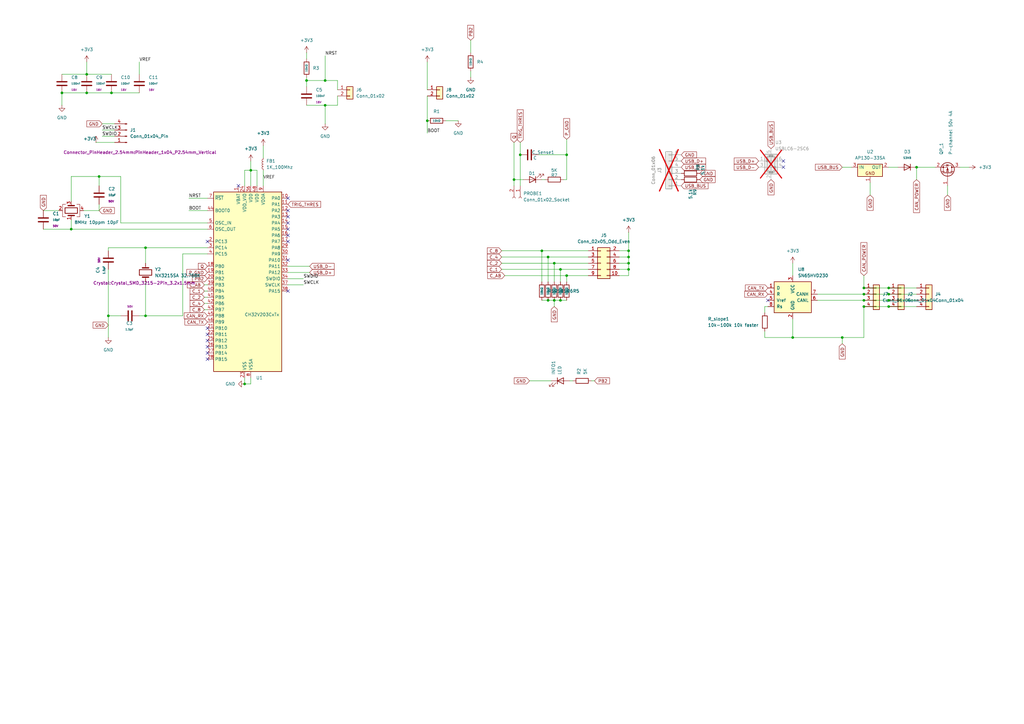
<source format=kicad_sch>
(kicad_sch
	(version 20250114)
	(generator "eeschema")
	(generator_version "9.0")
	(uuid "a6275404-53d1-4c49-9128-131a51db8de5")
	(paper "A3")
	
	(junction
		(at 222.25 102.87)
		(diameter 0)
		(color 0 0 0 0)
		(uuid "037c6055-b127-4be0-b2e7-85b42c84b0ca")
	)
	(junction
		(at 175.26 49.53)
		(diameter 0)
		(color 0 0 0 0)
		(uuid "0b3a4a81-c8d2-4662-a5a4-e93f07fee972")
	)
	(junction
		(at 354.33 123.19)
		(diameter 0)
		(color 0 0 0 0)
		(uuid "13ef87f4-a90b-4606-89c6-fae88e227c74")
	)
	(junction
		(at 257.81 110.49)
		(diameter 0)
		(color 0 0 0 0)
		(uuid "1993d62b-04fc-4128-8216-21381b6d7293")
	)
	(junction
		(at 364.49 118.11)
		(diameter 0)
		(color 0 0 0 0)
		(uuid "1a7263d0-b7a3-461f-a68b-1de47816fb72")
	)
	(junction
		(at 354.33 118.11)
		(diameter 0)
		(color 0 0 0 0)
		(uuid "22e65c42-ec61-4eb3-a317-f0419e46ed84")
	)
	(junction
		(at 125.73 33.02)
		(diameter 0)
		(color 0 0 0 0)
		(uuid "23384e7d-a36c-43a5-89b9-c8fd10eb1136")
	)
	(junction
		(at 45.72 38.1)
		(diameter 0)
		(color 0 0 0 0)
		(uuid "26fbca07-12f9-49c4-8a88-1b9b5a7e535d")
	)
	(junction
		(at 345.44 138.43)
		(diameter 0)
		(color 0 0 0 0)
		(uuid "36f256f8-590d-4cff-abdb-ff85026ef795")
	)
	(junction
		(at 325.12 138.43)
		(diameter 0)
		(color 0 0 0 0)
		(uuid "4f4ffa33-f6e2-475c-82ad-031034c07e3e")
	)
	(junction
		(at 210.82 73.66)
		(diameter 0)
		(color 0 0 0 0)
		(uuid "5041d5e8-951c-4586-b475-be1e9bf7c7e9")
	)
	(junction
		(at 100.33 157.48)
		(diameter 0)
		(color 0 0 0 0)
		(uuid "50f29fff-a780-4e4e-81b1-5b27e328afad")
	)
	(junction
		(at 354.33 120.65)
		(diameter 0)
		(color 0 0 0 0)
		(uuid "53a2440e-1500-4b64-983b-1f249996f2c9")
	)
	(junction
		(at 29.21 93.98)
		(diameter 0)
		(color 0 0 0 0)
		(uuid "59eabe47-6455-4185-ba48-d65bc0d83cb1")
	)
	(junction
		(at 227.33 107.95)
		(diameter 0)
		(color 0 0 0 0)
		(uuid "5af39b08-1fa1-4ef6-9e7e-707a573875dd")
	)
	(junction
		(at 35.56 30.48)
		(diameter 0)
		(color 0 0 0 0)
		(uuid "6263b53a-9c5d-4429-b8ff-878e2fa14740")
	)
	(junction
		(at 227.33 123.19)
		(diameter 0)
		(color 0 0 0 0)
		(uuid "633ab848-08b1-4bf7-bfb4-42cfde16215b")
	)
	(junction
		(at 25.4 38.1)
		(diameter 0)
		(color 0 0 0 0)
		(uuid "72538abb-e643-408a-a253-2ddfa0412693")
	)
	(junction
		(at 354.33 125.73)
		(diameter 0)
		(color 0 0 0 0)
		(uuid "7d26540b-eaad-47eb-883b-8a6c31246f9a")
	)
	(junction
		(at 229.87 110.49)
		(diameter 0)
		(color 0 0 0 0)
		(uuid "7d56c73c-5d1b-4966-b874-933e09d58ee0")
	)
	(junction
		(at 364.49 120.65)
		(diameter 0)
		(color 0 0 0 0)
		(uuid "7e739656-30c2-443d-8fb9-a1a7ef1e2d01")
	)
	(junction
		(at 213.36 63.5)
		(diameter 0)
		(color 0 0 0 0)
		(uuid "903c97f5-2266-45be-88f2-e324546b575d")
	)
	(junction
		(at 35.56 38.1)
		(diameter 0)
		(color 0 0 0 0)
		(uuid "935298ae-b233-48b8-acbd-3f22f49423ca")
	)
	(junction
		(at 364.49 125.73)
		(diameter 0)
		(color 0 0 0 0)
		(uuid "94168378-cea6-4ac8-9985-4dc9ffe504e7")
	)
	(junction
		(at 133.35 43.18)
		(diameter 0)
		(color 0 0 0 0)
		(uuid "96f5b35a-11a1-49d6-b979-c14755b6c682")
	)
	(junction
		(at 229.87 123.19)
		(diameter 0)
		(color 0 0 0 0)
		(uuid "9b1dc824-bea5-4153-b79e-2a44d6b0bc17")
	)
	(junction
		(at 224.79 105.41)
		(diameter 0)
		(color 0 0 0 0)
		(uuid "a94d1e1e-a959-4161-a817-d4f54f6c5880")
	)
	(junction
		(at 224.79 123.19)
		(diameter 0)
		(color 0 0 0 0)
		(uuid "aa1c6640-81a1-479f-836d-1cef498da141")
	)
	(junction
		(at 375.92 68.58)
		(diameter 0)
		(color 0 0 0 0)
		(uuid "adb6d406-79f2-4894-8ec2-296abe3849d4")
	)
	(junction
		(at 364.49 123.19)
		(diameter 0)
		(color 0 0 0 0)
		(uuid "ae1b0e61-a54b-4f67-aa3d-a2d12db0abba")
	)
	(junction
		(at 40.64 72.39)
		(diameter 0)
		(color 0 0 0 0)
		(uuid "af4fe400-df52-4cd2-941f-aea96d0b7017")
	)
	(junction
		(at 59.69 101.6)
		(diameter 0)
		(color 0 0 0 0)
		(uuid "bc51e469-2738-4c87-99ca-8f025f76e59b")
	)
	(junction
		(at 133.35 33.02)
		(diameter 0)
		(color 0 0 0 0)
		(uuid "c192f7b3-7bc0-405b-ab79-6723b0c5ec68")
	)
	(junction
		(at 102.87 69.85)
		(diameter 0)
		(color 0 0 0 0)
		(uuid "c1d0d0f1-cf79-4919-913c-c45471582f32")
	)
	(junction
		(at 257.81 105.41)
		(diameter 0)
		(color 0 0 0 0)
		(uuid "c1fcccfb-4105-4698-b861-fb0d5749f875")
	)
	(junction
		(at 257.81 107.95)
		(diameter 0)
		(color 0 0 0 0)
		(uuid "d8a12f05-6a8a-462a-94fb-38373fd8771c")
	)
	(junction
		(at 232.41 113.03)
		(diameter 0)
		(color 0 0 0 0)
		(uuid "e1109188-5cef-4836-8180-df77a9b46442")
	)
	(junction
		(at 232.41 63.5)
		(diameter 0)
		(color 0 0 0 0)
		(uuid "ee5bc9d6-a2c9-4a43-af27-112c4cc6c62c")
	)
	(junction
		(at 44.45 129.54)
		(diameter 0)
		(color 0 0 0 0)
		(uuid "f06f15d1-2f7d-4d1e-b892-75c98af3f403")
	)
	(junction
		(at 257.81 102.87)
		(diameter 0)
		(color 0 0 0 0)
		(uuid "f547f851-74fb-4516-95c1-df6b9922bac7")
	)
	(junction
		(at 59.69 129.54)
		(diameter 0)
		(color 0 0 0 0)
		(uuid "fd0e0067-9c1c-45bd-a609-61f806e02e1c")
	)
	(no_connect
		(at 118.11 86.36)
		(uuid "0a5cab83-de42-45c6-981e-14afd3844a33")
	)
	(no_connect
		(at 118.11 91.44)
		(uuid "1e5483a8-4d59-4b55-91be-36e7540d3f81")
	)
	(no_connect
		(at 321.31 66.04)
		(uuid "20c391dc-1e20-497b-947a-66b8ead7205c")
	)
	(no_connect
		(at 85.09 144.78)
		(uuid "3f7912eb-a692-451e-8e1f-ec9546dfba6a")
	)
	(no_connect
		(at 85.09 137.16)
		(uuid "45b34fb8-0cf4-4ace-bb8c-c51beb271511")
	)
	(no_connect
		(at 118.11 106.68)
		(uuid "4cc074bf-974a-4da3-a31e-c7e79d955c3a")
	)
	(no_connect
		(at 118.11 81.28)
		(uuid "4e5190a0-a3f8-41f8-9980-0435237296e9")
	)
	(no_connect
		(at 118.11 88.9)
		(uuid "664fa194-1831-4a42-b2c5-6ed326f5fbe0")
	)
	(no_connect
		(at 85.09 142.24)
		(uuid "683faf2a-a9f7-4a23-a880-e83d334de64f")
	)
	(no_connect
		(at 314.96 123.19)
		(uuid "6b6d1145-e125-4d89-98ce-f5aa8f207ad5")
	)
	(no_connect
		(at 321.31 68.58)
		(uuid "7d254693-72b5-4ec2-ac2e-79b3a376cc2f")
	)
	(no_connect
		(at 97.79 76.2)
		(uuid "88899239-7d70-495b-91e8-6ba7dabc6c85")
	)
	(no_connect
		(at 85.09 99.06)
		(uuid "8c283ddb-6c48-4ead-9099-ba8cfbbe445f")
	)
	(no_connect
		(at 118.11 93.98)
		(uuid "996d9905-ebce-49d0-a420-2d78c04869b9")
	)
	(no_connect
		(at 85.09 134.62)
		(uuid "bb3e9d03-f9c6-4410-b434-87f1c8a51c60")
	)
	(no_connect
		(at 85.09 139.7)
		(uuid "c7aadae7-d09e-4eff-a24a-8579856bfd0e")
	)
	(no_connect
		(at 118.11 99.06)
		(uuid "e5371dad-5446-40dc-8b2b-1190bdb4d93a")
	)
	(no_connect
		(at 118.11 96.52)
		(uuid "e70f5039-846c-4a30-b0a5-8be2f1b6efc0")
	)
	(no_connect
		(at 85.09 147.32)
		(uuid "ef009ce3-8fab-4a18-803a-03db4a6bbc45")
	)
	(no_connect
		(at 118.11 119.38)
		(uuid "ef5caf86-52f3-41ca-9c24-4ea35e916042")
	)
	(wire
		(pts
			(xy 133.35 43.18) (xy 133.35 50.8)
		)
		(stroke
			(width 0)
			(type default)
		)
		(uuid "00717501-5027-4bc4-9f97-0423f9ae1332")
	)
	(wire
		(pts
			(xy 182.88 49.53) (xy 187.96 49.53)
		)
		(stroke
			(width 0)
			(type default)
		)
		(uuid "00a81096-7570-4011-8034-4ab965c19506")
	)
	(wire
		(pts
			(xy 375.92 68.58) (xy 383.54 68.58)
		)
		(stroke
			(width 0)
			(type default)
		)
		(uuid "01ddf0f9-7514-4dcb-b4eb-db349b15592a")
	)
	(wire
		(pts
			(xy 213.36 63.5) (xy 213.36 76.2)
		)
		(stroke
			(width 0)
			(type default)
		)
		(uuid "03d3602e-60b9-4c00-86cf-59242b6f5a33")
	)
	(wire
		(pts
			(xy 74.93 129.54) (xy 59.69 129.54)
		)
		(stroke
			(width 0)
			(type default)
		)
		(uuid "04a7bc72-ff6d-4d2d-967c-3fd8184acaa3")
	)
	(wire
		(pts
			(xy 354.33 125.73) (xy 364.49 125.73)
		)
		(stroke
			(width 0)
			(type default)
		)
		(uuid "04e7607e-14c1-4445-a4da-943fa2c52146")
	)
	(wire
		(pts
			(xy 325.12 138.43) (xy 345.44 138.43)
		)
		(stroke
			(width 0)
			(type default)
		)
		(uuid "0a4eddfb-7c78-4107-aa73-a145a9ab952d")
	)
	(wire
		(pts
			(xy 35.56 25.4) (xy 35.56 30.48)
		)
		(stroke
			(width 0)
			(type default)
		)
		(uuid "0bac4122-6e78-4bce-94ca-5f4bd7e1886f")
	)
	(wire
		(pts
			(xy 364.49 120.65) (xy 375.92 120.65)
		)
		(stroke
			(width 0)
			(type default)
		)
		(uuid "1785bde6-148c-4654-a3e7-0c000c0158e0")
	)
	(wire
		(pts
			(xy 125.73 33.02) (xy 133.35 33.02)
		)
		(stroke
			(width 0)
			(type default)
		)
		(uuid "18874b1c-fb89-4249-aa09-655951e7fc06")
	)
	(wire
		(pts
			(xy 220.98 63.5) (xy 232.41 63.5)
		)
		(stroke
			(width 0)
			(type default)
		)
		(uuid "1910b0db-364b-4316-9d2f-4a1acdcb704f")
	)
	(wire
		(pts
			(xy 229.87 123.19) (xy 232.41 123.19)
		)
		(stroke
			(width 0)
			(type default)
		)
		(uuid "1ab112eb-2432-4e9c-b47d-58692c27991e")
	)
	(wire
		(pts
			(xy 118.11 116.84) (xy 124.46 116.84)
		)
		(stroke
			(width 0)
			(type default)
		)
		(uuid "1e131efe-cadc-48a6-a5ea-2bff6dfc010d")
	)
	(wire
		(pts
			(xy 257.81 113.03) (xy 254 113.03)
		)
		(stroke
			(width 0)
			(type default)
		)
		(uuid "1e5ffc30-524a-4b21-aa05-09fba73a1a80")
	)
	(wire
		(pts
			(xy 257.81 102.87) (xy 257.81 105.41)
		)
		(stroke
			(width 0)
			(type default)
		)
		(uuid "1e887b88-81c3-42fb-b6d1-89dd81445394")
	)
	(wire
		(pts
			(xy 125.73 43.18) (xy 133.35 43.18)
		)
		(stroke
			(width 0)
			(type default)
		)
		(uuid "22b7a3a3-be4f-45ae-ae22-069a4b82ebd2")
	)
	(wire
		(pts
			(xy 313.69 135.89) (xy 313.69 138.43)
		)
		(stroke
			(width 0)
			(type default)
		)
		(uuid "234b9e7a-4812-4334-897d-f4ef5ec77611")
	)
	(wire
		(pts
			(xy 175.26 25.4) (xy 175.26 36.83)
		)
		(stroke
			(width 0)
			(type default)
		)
		(uuid "25c31baa-65d0-4684-8143-c5cd8a5c1813")
	)
	(wire
		(pts
			(xy 57.15 129.54) (xy 59.69 129.54)
		)
		(stroke
			(width 0)
			(type default)
		)
		(uuid "2787f67e-1011-4fc1-a48c-a2a0b8b1e8b2")
	)
	(wire
		(pts
			(xy 254 110.49) (xy 257.81 110.49)
		)
		(stroke
			(width 0)
			(type default)
		)
		(uuid "27c6dc82-58b5-4f70-9f15-20776c999c8c")
	)
	(wire
		(pts
			(xy 313.69 138.43) (xy 325.12 138.43)
		)
		(stroke
			(width 0)
			(type default)
		)
		(uuid "28ee5135-926c-47b8-a197-48fb8827e72d")
	)
	(wire
		(pts
			(xy 125.73 31.75) (xy 125.73 33.02)
		)
		(stroke
			(width 0)
			(type default)
		)
		(uuid "2bc529b2-0121-48db-8683-5c31ee4573a9")
	)
	(wire
		(pts
			(xy 257.81 95.25) (xy 257.81 102.87)
		)
		(stroke
			(width 0)
			(type default)
		)
		(uuid "2c396b60-4188-4b80-aab2-2131e9d63c85")
	)
	(wire
		(pts
			(xy 40.64 72.39) (xy 49.53 72.39)
		)
		(stroke
			(width 0)
			(type default)
		)
		(uuid "2f490239-73e3-4c95-ae3b-5edeeb80d16c")
	)
	(wire
		(pts
			(xy 325.12 107.95) (xy 325.12 113.03)
		)
		(stroke
			(width 0)
			(type default)
		)
		(uuid "314609ed-48db-4320-b434-82ff32f3eef2")
	)
	(wire
		(pts
			(xy 138.43 39.37) (xy 138.43 43.18)
		)
		(stroke
			(width 0)
			(type default)
		)
		(uuid "322c6fa1-bca7-4046-9ad2-abc82d0219e2")
	)
	(wire
		(pts
			(xy 49.53 129.54) (xy 44.45 129.54)
		)
		(stroke
			(width 0)
			(type default)
		)
		(uuid "33339cc6-d190-4e9f-a2e9-f61ba92aa699")
	)
	(wire
		(pts
			(xy 224.79 105.41) (xy 224.79 115.57)
		)
		(stroke
			(width 0)
			(type default)
		)
		(uuid "33785e80-2ad8-4509-b58d-45b3e487b001")
	)
	(wire
		(pts
			(xy 59.69 101.6) (xy 85.09 101.6)
		)
		(stroke
			(width 0)
			(type default)
		)
		(uuid "3455c414-c43d-4a4c-aab9-f2e8206d26bc")
	)
	(wire
		(pts
			(xy 254 107.95) (xy 257.81 107.95)
		)
		(stroke
			(width 0)
			(type default)
		)
		(uuid "35b3b2c7-a462-498c-8e78-12f9680bacb8")
	)
	(wire
		(pts
			(xy 207.01 113.03) (xy 232.41 113.03)
		)
		(stroke
			(width 0)
			(type default)
		)
		(uuid "36b758e1-feb4-4e8b-b157-39c2698ec2c3")
	)
	(wire
		(pts
			(xy 354.33 125.73) (xy 354.33 138.43)
		)
		(stroke
			(width 0)
			(type default)
		)
		(uuid "37f97d54-6689-4778-990f-6b81509205fd")
	)
	(wire
		(pts
			(xy 345.44 68.58) (xy 349.25 68.58)
		)
		(stroke
			(width 0)
			(type default)
		)
		(uuid "3935dbca-e552-4029-b695-1b7405b34326")
	)
	(wire
		(pts
			(xy 100.33 76.2) (xy 100.33 69.85)
		)
		(stroke
			(width 0)
			(type default)
		)
		(uuid "39c1a2cb-c030-4924-b58a-f4043a021009")
	)
	(wire
		(pts
			(xy 213.36 58.42) (xy 213.36 63.5)
		)
		(stroke
			(width 0)
			(type default)
		)
		(uuid "3b7e734e-116b-4d30-8fd8-255478f1a27e")
	)
	(wire
		(pts
			(xy 224.79 123.19) (xy 227.33 123.19)
		)
		(stroke
			(width 0)
			(type default)
		)
		(uuid "3dac6585-83e5-4aad-9145-c2aa13e8852b")
	)
	(wire
		(pts
			(xy 83.82 119.38) (xy 85.09 119.38)
		)
		(stroke
			(width 0)
			(type default)
		)
		(uuid "3e67492c-6a41-477a-b060-6c86bbd7f0c4")
	)
	(wire
		(pts
			(xy 133.35 43.18) (xy 138.43 43.18)
		)
		(stroke
			(width 0)
			(type default)
		)
		(uuid "414ff9fd-496d-4b16-8c9b-678a2b7d6958")
	)
	(wire
		(pts
			(xy 118.11 111.76) (xy 127 111.76)
		)
		(stroke
			(width 0)
			(type default)
		)
		(uuid "42785655-fd74-43fb-bfe2-cb65aa56eec3")
	)
	(wire
		(pts
			(xy 59.69 115.57) (xy 59.69 129.54)
		)
		(stroke
			(width 0)
			(type default)
		)
		(uuid "47bb3ffc-96a3-414e-ac9b-2152555d442e")
	)
	(wire
		(pts
			(xy 107.95 59.69) (xy 107.95 64.77)
		)
		(stroke
			(width 0)
			(type default)
		)
		(uuid "4a1b1ddb-fdf5-44f7-a515-1698c6c5803c")
	)
	(wire
		(pts
			(xy 25.4 38.1) (xy 35.56 38.1)
		)
		(stroke
			(width 0)
			(type default)
		)
		(uuid "4a5c5745-5616-42b7-8fb2-6dadf7bc1300")
	)
	(wire
		(pts
			(xy 102.87 66.04) (xy 102.87 69.85)
		)
		(stroke
			(width 0)
			(type default)
		)
		(uuid "4af76103-cf3f-4693-a1d2-17aba8a8032a")
	)
	(wire
		(pts
			(xy 133.35 22.86) (xy 133.35 33.02)
		)
		(stroke
			(width 0)
			(type default)
		)
		(uuid "4b5a6e32-6241-40a0-899b-28097f5a2572")
	)
	(wire
		(pts
			(xy 17.78 93.98) (xy 29.21 93.98)
		)
		(stroke
			(width 0)
			(type default)
		)
		(uuid "4c0ba7c9-96ff-4383-ab11-cd2eff920e2b")
	)
	(wire
		(pts
			(xy 257.81 110.49) (xy 257.81 113.03)
		)
		(stroke
			(width 0)
			(type default)
		)
		(uuid "4cb9af5f-f218-4dc0-a656-42db756c1a4a")
	)
	(wire
		(pts
			(xy 100.33 157.48) (xy 100.33 154.94)
		)
		(stroke
			(width 0)
			(type default)
		)
		(uuid "4f762ea2-b344-4de6-acd6-bc35bd7a9d4a")
	)
	(wire
		(pts
			(xy 85.09 104.14) (xy 74.93 104.14)
		)
		(stroke
			(width 0)
			(type default)
		)
		(uuid "514d7972-e72d-4c48-bf54-03e8fd4d54d9")
	)
	(wire
		(pts
			(xy 232.41 113.03) (xy 232.41 115.57)
		)
		(stroke
			(width 0)
			(type default)
		)
		(uuid "51a8ae2c-9e03-4716-a836-a0292ee4eb88")
	)
	(wire
		(pts
			(xy 83.82 124.46) (xy 85.09 124.46)
		)
		(stroke
			(width 0)
			(type default)
		)
		(uuid "52e61852-18ca-47c4-a530-65130a699eb1")
	)
	(wire
		(pts
			(xy 44.45 101.6) (xy 59.69 101.6)
		)
		(stroke
			(width 0)
			(type default)
		)
		(uuid "539bc426-14d1-4df7-aafe-1890432cea41")
	)
	(wire
		(pts
			(xy 49.53 72.39) (xy 49.53 91.44)
		)
		(stroke
			(width 0)
			(type default)
		)
		(uuid "565e57a5-80a6-485d-96cc-752ac7b3ed53")
	)
	(wire
		(pts
			(xy 214.63 73.66) (xy 210.82 73.66)
		)
		(stroke
			(width 0)
			(type default)
		)
		(uuid "5779c20f-dccb-4112-bb0c-1d5a0b1156d4")
	)
	(wire
		(pts
			(xy 335.28 123.19) (xy 354.33 123.19)
		)
		(stroke
			(width 0)
			(type default)
		)
		(uuid "57b597d3-0371-4259-b4bc-5f71acab4579")
	)
	(wire
		(pts
			(xy 354.33 118.11) (xy 354.33 113.03)
		)
		(stroke
			(width 0)
			(type default)
		)
		(uuid "57ddadb9-4070-478c-9a4d-21126b605cea")
	)
	(wire
		(pts
			(xy 232.41 113.03) (xy 241.3 113.03)
		)
		(stroke
			(width 0)
			(type default)
		)
		(uuid "57e64628-349d-4ac0-a40d-911a51296720")
	)
	(wire
		(pts
			(xy 356.87 74.93) (xy 356.87 80.01)
		)
		(stroke
			(width 0)
			(type default)
		)
		(uuid "58625c9e-34ac-45ec-8bf7-a94caf8a29ff")
	)
	(wire
		(pts
			(xy 210.82 73.66) (xy 210.82 76.2)
		)
		(stroke
			(width 0)
			(type default)
		)
		(uuid "589f9971-0bef-48d0-b2b9-09a628c09f4f")
	)
	(wire
		(pts
			(xy 77.47 86.36) (xy 85.09 86.36)
		)
		(stroke
			(width 0)
			(type default)
		)
		(uuid "58be6937-18ac-4e7e-8316-0d7aaf5891bd")
	)
	(wire
		(pts
			(xy 59.69 101.6) (xy 59.69 107.95)
		)
		(stroke
			(width 0)
			(type default)
		)
		(uuid "595f64b9-1f48-43f9-8691-3d6a3b1a765b")
	)
	(wire
		(pts
			(xy 205.74 102.87) (xy 222.25 102.87)
		)
		(stroke
			(width 0)
			(type default)
		)
		(uuid "5bb04207-c060-40dd-83a7-d798ff23f794")
	)
	(wire
		(pts
			(xy 193.04 16.51) (xy 193.04 21.59)
		)
		(stroke
			(width 0)
			(type default)
		)
		(uuid "5d5c5a32-0599-44eb-937d-06847a91b545")
	)
	(wire
		(pts
			(xy 257.81 107.95) (xy 257.81 110.49)
		)
		(stroke
			(width 0)
			(type default)
		)
		(uuid "5dcc72dc-1a81-4344-ba3d-6ed1ca4c0d25")
	)
	(wire
		(pts
			(xy 242.57 156.21) (xy 243.84 156.21)
		)
		(stroke
			(width 0)
			(type default)
		)
		(uuid "5df645a9-81a1-49f4-a7bb-2b7381b52af1")
	)
	(wire
		(pts
			(xy 388.62 76.2) (xy 388.62 80.01)
		)
		(stroke
			(width 0)
			(type default)
		)
		(uuid "5e083f67-ea6a-47ef-be00-64fc7d8eb66e")
	)
	(wire
		(pts
			(xy 217.17 156.21) (xy 226.06 156.21)
		)
		(stroke
			(width 0)
			(type default)
		)
		(uuid "5f8244c0-0dec-48c3-b1fb-2c05041ddfe0")
	)
	(wire
		(pts
			(xy 175.26 49.53) (xy 175.26 54.61)
		)
		(stroke
			(width 0)
			(type default)
		)
		(uuid "62d945e8-90b4-4024-bb02-cf7bf7587148")
	)
	(wire
		(pts
			(xy 224.79 105.41) (xy 241.3 105.41)
		)
		(stroke
			(width 0)
			(type default)
		)
		(uuid "639c15dc-b8c3-4736-b76d-5ed6e791ec9d")
	)
	(wire
		(pts
			(xy 257.81 105.41) (xy 257.81 107.95)
		)
		(stroke
			(width 0)
			(type default)
		)
		(uuid "642a94d7-aa9f-4374-99a4-2c0086f0ab97")
	)
	(wire
		(pts
			(xy 232.41 57.15) (xy 232.41 63.5)
		)
		(stroke
			(width 0)
			(type default)
		)
		(uuid "689a0d5c-f7a6-4ea3-962a-6c39275109c4")
	)
	(wire
		(pts
			(xy 354.33 118.11) (xy 364.49 118.11)
		)
		(stroke
			(width 0)
			(type default)
		)
		(uuid "6a2ab654-c0de-4720-92fe-a91a9aa27fa3")
	)
	(wire
		(pts
			(xy 49.53 91.44) (xy 85.09 91.44)
		)
		(stroke
			(width 0)
			(type default)
		)
		(uuid "6bed7b73-9671-4ee8-83de-72fa05d3faff")
	)
	(wire
		(pts
			(xy 210.82 58.42) (xy 210.82 73.66)
		)
		(stroke
			(width 0)
			(type default)
		)
		(uuid "710b86b0-3e15-4bf8-b592-a416ab66864c")
	)
	(wire
		(pts
			(xy 364.49 68.58) (xy 368.3 68.58)
		)
		(stroke
			(width 0)
			(type default)
		)
		(uuid "717555ec-9689-49c6-a846-fb24d946038d")
	)
	(wire
		(pts
			(xy 232.41 63.5) (xy 232.41 73.66)
		)
		(stroke
			(width 0)
			(type default)
		)
		(uuid "7456eda9-5141-4a5d-9095-0e0bbcd710cc")
	)
	(wire
		(pts
			(xy 222.25 73.66) (xy 223.52 73.66)
		)
		(stroke
			(width 0)
			(type default)
		)
		(uuid "751de84f-95e1-4a81-829b-a79d3704ba6f")
	)
	(wire
		(pts
			(xy 105.41 69.85) (xy 105.41 76.2)
		)
		(stroke
			(width 0)
			(type default)
		)
		(uuid "76146ff8-e243-4bd4-8cbc-8713eabdaa30")
	)
	(wire
		(pts
			(xy 102.87 154.94) (xy 102.87 157.48)
		)
		(stroke
			(width 0)
			(type default)
		)
		(uuid "79cfa788-0e97-4a1c-aed9-2caa7bef9d7c")
	)
	(wire
		(pts
			(xy 29.21 93.98) (xy 85.09 93.98)
		)
		(stroke
			(width 0)
			(type default)
		)
		(uuid "7b4dcaab-9ea8-4234-9ca7-902d996be004")
	)
	(wire
		(pts
			(xy 393.7 68.58) (xy 397.51 68.58)
		)
		(stroke
			(width 0)
			(type default)
		)
		(uuid "7e3dcc3c-43e3-4582-b076-af7b324e7c66")
	)
	(wire
		(pts
			(xy 193.04 29.21) (xy 193.04 31.75)
		)
		(stroke
			(width 0)
			(type default)
		)
		(uuid "7f8718d5-fc9a-4d81-934b-d27d526695b5")
	)
	(wire
		(pts
			(xy 345.44 138.43) (xy 345.44 140.97)
		)
		(stroke
			(width 0)
			(type default)
		)
		(uuid "7fba6945-01ac-42f7-8666-46d49627e353")
	)
	(wire
		(pts
			(xy 205.74 107.95) (xy 227.33 107.95)
		)
		(stroke
			(width 0)
			(type default)
		)
		(uuid "8041e453-563a-4fcd-82c4-87c8590e6291")
	)
	(wire
		(pts
			(xy 40.64 86.36) (xy 40.64 83.82)
		)
		(stroke
			(width 0)
			(type default)
		)
		(uuid "809f27ef-823f-4d31-8c12-6a77e31db8f3")
	)
	(wire
		(pts
			(xy 25.4 30.48) (xy 35.56 30.48)
		)
		(stroke
			(width 0)
			(type default)
		)
		(uuid "82581c94-6943-4b18-a69d-3d95d34d1116")
	)
	(wire
		(pts
			(xy 83.82 116.84) (xy 85.09 116.84)
		)
		(stroke
			(width 0)
			(type default)
		)
		(uuid "83c2fa21-3151-48fd-b737-d0fd14288843")
	)
	(wire
		(pts
			(xy 233.68 156.21) (xy 234.95 156.21)
		)
		(stroke
			(width 0)
			(type default)
		)
		(uuid "83de673b-cf79-437a-a570-a6050614c31a")
	)
	(wire
		(pts
			(xy 29.21 72.39) (xy 29.21 82.55)
		)
		(stroke
			(width 0)
			(type default)
		)
		(uuid "8440c1a4-b1a1-4ca3-adc1-f3128f4532c1")
	)
	(wire
		(pts
			(xy 325.12 130.81) (xy 325.12 138.43)
		)
		(stroke
			(width 0)
			(type default)
		)
		(uuid "8667a59f-bf6d-4b60-9a95-e5a224d3b1db")
	)
	(wire
		(pts
			(xy 175.26 39.37) (xy 175.26 49.53)
		)
		(stroke
			(width 0)
			(type default)
		)
		(uuid "886285a7-a276-4fbd-ab1c-b9af252a197e")
	)
	(wire
		(pts
			(xy 232.41 73.66) (xy 231.14 73.66)
		)
		(stroke
			(width 0)
			(type default)
		)
		(uuid "8b995d36-7284-451c-8b8e-d24995b0403d")
	)
	(wire
		(pts
			(xy 229.87 110.49) (xy 241.3 110.49)
		)
		(stroke
			(width 0)
			(type default)
		)
		(uuid "90a4df74-319e-4101-bcd2-22b6f70cca56")
	)
	(wire
		(pts
			(xy 83.82 127) (xy 85.09 127)
		)
		(stroke
			(width 0)
			(type default)
		)
		(uuid "92ac6b23-4604-4bcd-b64d-a67464add326")
	)
	(wire
		(pts
			(xy 222.25 102.87) (xy 241.3 102.87)
		)
		(stroke
			(width 0)
			(type default)
		)
		(uuid "946e5ab8-213d-4ed5-9894-2149d47f66bd")
	)
	(wire
		(pts
			(xy 83.82 121.92) (xy 85.09 121.92)
		)
		(stroke
			(width 0)
			(type default)
		)
		(uuid "9657a067-8634-4c09-8cbb-60b7b4d9b7f1")
	)
	(wire
		(pts
			(xy 345.44 138.43) (xy 354.33 138.43)
		)
		(stroke
			(width 0)
			(type default)
		)
		(uuid "972563aa-985c-4957-896a-a35e76671630")
	)
	(wire
		(pts
			(xy 29.21 72.39) (xy 40.64 72.39)
		)
		(stroke
			(width 0)
			(type default)
		)
		(uuid "9b6e0834-eeab-471f-8894-89062bb22fdd")
	)
	(wire
		(pts
			(xy 375.92 68.58) (xy 375.92 73.66)
		)
		(stroke
			(width 0)
			(type default)
		)
		(uuid "9d380725-5e00-40d4-ae0c-9e8a15c90950")
	)
	(wire
		(pts
			(xy 354.33 123.19) (xy 364.49 123.19)
		)
		(stroke
			(width 0)
			(type default)
		)
		(uuid "9db7e7a5-dcd9-488a-abb0-3b3a0c75792c")
	)
	(wire
		(pts
			(xy 39.37 58.42) (xy 46.99 58.42)
		)
		(stroke
			(width 0)
			(type default)
		)
		(uuid "a037f417-3e38-42bc-84d8-71915189d0d1")
	)
	(wire
		(pts
			(xy 57.15 25.4) (xy 57.15 30.48)
		)
		(stroke
			(width 0)
			(type default)
		)
		(uuid "a290513f-d884-4b29-bf4b-ad0cc7747790")
	)
	(wire
		(pts
			(xy 227.33 123.19) (xy 227.33 125.73)
		)
		(stroke
			(width 0)
			(type default)
		)
		(uuid "a2b4e584-b311-4589-a95d-39b46c6f0bc8")
	)
	(wire
		(pts
			(xy 227.33 123.19) (xy 229.87 123.19)
		)
		(stroke
			(width 0)
			(type default)
		)
		(uuid "a32b5124-2f09-4da7-bb5e-cadda3b3a2cf")
	)
	(wire
		(pts
			(xy 102.87 76.2) (xy 102.87 69.85)
		)
		(stroke
			(width 0)
			(type default)
		)
		(uuid "a3d7cbcd-31e0-4b50-9510-a1562016497e")
	)
	(wire
		(pts
			(xy 74.93 104.14) (xy 74.93 129.54)
		)
		(stroke
			(width 0)
			(type default)
		)
		(uuid "a4826038-43dd-4571-a41a-ffd5ef407453")
	)
	(wire
		(pts
			(xy 24.13 86.36) (xy 17.78 86.36)
		)
		(stroke
			(width 0)
			(type default)
		)
		(uuid "a7ba7df1-6ccf-4a49-a4cb-9f0d4e5de48b")
	)
	(wire
		(pts
			(xy 100.33 69.85) (xy 102.87 69.85)
		)
		(stroke
			(width 0)
			(type default)
		)
		(uuid "a980139e-03fe-4fa9-84ed-c906f1fb0b5b")
	)
	(wire
		(pts
			(xy 41.91 53.34) (xy 46.99 53.34)
		)
		(stroke
			(width 0)
			(type default)
		)
		(uuid "aac08248-3a72-4e3f-bc41-2e56fc2ff69d")
	)
	(wire
		(pts
			(xy 227.33 107.95) (xy 241.3 107.95)
		)
		(stroke
			(width 0)
			(type default)
		)
		(uuid "ab398d7a-aa5a-4d22-887c-324ea34067c4")
	)
	(wire
		(pts
			(xy 35.56 38.1) (xy 45.72 38.1)
		)
		(stroke
			(width 0)
			(type default)
		)
		(uuid "ad1b1f7f-390d-4a51-93fb-bfdf4256aacd")
	)
	(wire
		(pts
			(xy 227.33 107.95) (xy 227.33 115.57)
		)
		(stroke
			(width 0)
			(type default)
		)
		(uuid "adb7be71-660d-46bf-bc4b-1b3cb855f8e0")
	)
	(wire
		(pts
			(xy 44.45 129.54) (xy 44.45 138.43)
		)
		(stroke
			(width 0)
			(type default)
		)
		(uuid "b256e0f7-def4-4ea6-994d-e97b8d42906c")
	)
	(wire
		(pts
			(xy 222.25 123.19) (xy 224.79 123.19)
		)
		(stroke
			(width 0)
			(type default)
		)
		(uuid "b4b0bdc3-cbaa-469b-8843-dfdbf9b5eae8")
	)
	(wire
		(pts
			(xy 364.49 125.73) (xy 375.92 125.73)
		)
		(stroke
			(width 0)
			(type default)
		)
		(uuid "b734710d-96f2-41a9-8af3-8bf2b5b74e77")
	)
	(wire
		(pts
			(xy 138.43 33.02) (xy 138.43 36.83)
		)
		(stroke
			(width 0)
			(type default)
		)
		(uuid "b7566437-1173-45ba-9754-cf8c7f4ff6fb")
	)
	(wire
		(pts
			(xy 205.74 110.49) (xy 229.87 110.49)
		)
		(stroke
			(width 0)
			(type default)
		)
		(uuid "b990eee3-6048-472c-9317-11d003501717")
	)
	(wire
		(pts
			(xy 254 102.87) (xy 257.81 102.87)
		)
		(stroke
			(width 0)
			(type default)
		)
		(uuid "bb86ecb2-5e23-4c77-8668-45fd582c8f65")
	)
	(wire
		(pts
			(xy 354.33 120.65) (xy 364.49 120.65)
		)
		(stroke
			(width 0)
			(type default)
		)
		(uuid "bd4c6cd5-a535-44b2-85de-15f05167ba9e")
	)
	(wire
		(pts
			(xy 314.96 125.73) (xy 313.69 125.73)
		)
		(stroke
			(width 0)
			(type default)
		)
		(uuid "bfee4961-94a1-482b-af82-8dd227eae533")
	)
	(wire
		(pts
			(xy 222.25 115.57) (xy 222.25 102.87)
		)
		(stroke
			(width 0)
			(type default)
		)
		(uuid "c0722e0d-be8f-497a-81ef-e51b53fec7c7")
	)
	(wire
		(pts
			(xy 125.73 21.59) (xy 125.73 24.13)
		)
		(stroke
			(width 0)
			(type default)
		)
		(uuid "c1e861ac-4b6f-4402-a9a3-de74994a2ff5")
	)
	(wire
		(pts
			(xy 107.95 69.85) (xy 107.95 76.2)
		)
		(stroke
			(width 0)
			(type default)
		)
		(uuid "c464aa57-3d53-46a1-aef6-ef5fa6bd0554")
	)
	(wire
		(pts
			(xy 41.91 50.8) (xy 46.99 50.8)
		)
		(stroke
			(width 0)
			(type default)
		)
		(uuid "c5d6c549-47a2-49ec-bf3e-b48fba64c146")
	)
	(wire
		(pts
			(xy 229.87 110.49) (xy 229.87 115.57)
		)
		(stroke
			(width 0)
			(type default)
		)
		(uuid "c6a7f78d-37c1-4204-a62d-2979d614c842")
	)
	(wire
		(pts
			(xy 25.4 38.1) (xy 25.4 43.18)
		)
		(stroke
			(width 0)
			(type default)
		)
		(uuid "c7a00e68-65cf-4cc8-ab80-d05e04bf5dff")
	)
	(wire
		(pts
			(xy 364.49 118.11) (xy 375.92 118.11)
		)
		(stroke
			(width 0)
			(type default)
		)
		(uuid "c8112c25-8fe4-4527-8bd2-b8e62b11b56a")
	)
	(wire
		(pts
			(xy 335.28 120.65) (xy 354.33 120.65)
		)
		(stroke
			(width 0)
			(type default)
		)
		(uuid "c82c898e-4d51-4777-9fd2-2f0bd1aaf21a")
	)
	(wire
		(pts
			(xy 40.64 72.39) (xy 40.64 76.2)
		)
		(stroke
			(width 0)
			(type default)
		)
		(uuid "ca4e9e8a-2c50-4d14-b467-69d5c5877a57")
	)
	(wire
		(pts
			(xy 44.45 110.49) (xy 44.45 129.54)
		)
		(stroke
			(width 0)
			(type default)
		)
		(uuid "ccafe19a-61f3-40df-92f4-c8ca5030d1d0")
	)
	(wire
		(pts
			(xy 45.72 38.1) (xy 57.15 38.1)
		)
		(stroke
			(width 0)
			(type default)
		)
		(uuid "d1989217-8b8a-4267-8ccf-1b542c4aa302")
	)
	(wire
		(pts
			(xy 29.21 90.17) (xy 29.21 93.98)
		)
		(stroke
			(width 0)
			(type default)
		)
		(uuid "d5e32007-bf6e-47b7-a996-017f123f96d4")
	)
	(wire
		(pts
			(xy 133.35 33.02) (xy 138.43 33.02)
		)
		(stroke
			(width 0)
			(type default)
		)
		(uuid "dc9c6fb2-e3f3-4f9d-9eb6-96729a3c9bcc")
	)
	(wire
		(pts
			(xy 35.56 30.48) (xy 45.72 30.48)
		)
		(stroke
			(width 0)
			(type default)
		)
		(uuid "e21ee5cc-8191-4cd7-994b-fc14e7473516")
	)
	(wire
		(pts
			(xy 44.45 101.6) (xy 44.45 102.87)
		)
		(stroke
			(width 0)
			(type default)
		)
		(uuid "e5bb3f33-110a-4b9d-aad9-e4d4c0a98ab5")
	)
	(wire
		(pts
			(xy 254 105.41) (xy 257.81 105.41)
		)
		(stroke
			(width 0)
			(type default)
		)
		(uuid "e7c50d97-df58-43f8-a264-80b1f4f86e80")
	)
	(wire
		(pts
			(xy 34.29 86.36) (xy 40.64 86.36)
		)
		(stroke
			(width 0)
			(type default)
		)
		(uuid "e82f05df-62b2-49a1-9bf9-8443a808758f")
	)
	(wire
		(pts
			(xy 205.74 105.41) (xy 224.79 105.41)
		)
		(stroke
			(width 0)
			(type default)
		)
		(uuid "e85800ea-5de1-4601-b290-14d8a5aec4f8")
	)
	(wire
		(pts
			(xy 102.87 69.85) (xy 105.41 69.85)
		)
		(stroke
			(width 0)
			(type default)
		)
		(uuid "eac65e0d-3e75-41b0-afc1-1ec8dd54fda0")
	)
	(wire
		(pts
			(xy 364.49 123.19) (xy 375.92 123.19)
		)
		(stroke
			(width 0)
			(type default)
		)
		(uuid "eb773e3f-841a-4560-93b4-bef1b8795896")
	)
	(wire
		(pts
			(xy 125.73 33.02) (xy 125.73 35.56)
		)
		(stroke
			(width 0)
			(type default)
		)
		(uuid "f2215acb-7519-4fa3-8b9a-0c069c10cf09")
	)
	(wire
		(pts
			(xy 102.87 157.48) (xy 100.33 157.48)
		)
		(stroke
			(width 0)
			(type default)
		)
		(uuid "f3a3ed6e-7e5c-47ad-9e9c-9e5698b96cc2")
	)
	(wire
		(pts
			(xy 77.47 81.28) (xy 85.09 81.28)
		)
		(stroke
			(width 0)
			(type default)
		)
		(uuid "f3c76f54-9305-48e3-827a-eb2551735c1b")
	)
	(wire
		(pts
			(xy 118.11 114.3) (xy 124.46 114.3)
		)
		(stroke
			(width 0)
			(type default)
		)
		(uuid "f766b02c-a78f-4234-be15-79771cd90471")
	)
	(wire
		(pts
			(xy 313.69 125.73) (xy 313.69 128.27)
		)
		(stroke
			(width 0)
			(type default)
		)
		(uuid "f7d6eac1-2baa-4b44-bc96-4fbc2d923a56")
	)
	(wire
		(pts
			(xy 118.11 109.22) (xy 127 109.22)
		)
		(stroke
			(width 0)
			(type default)
		)
		(uuid "f84497e4-01f6-4969-b3e7-d11ca044d11f")
	)
	(wire
		(pts
			(xy 41.91 55.88) (xy 46.99 55.88)
		)
		(stroke
			(width 0)
			(type default)
		)
		(uuid "f9408f18-d58c-4c7e-95e1-d169c2f6ff7b")
	)
	(label "BOOT"
		(at 175.26 54.61 0)
		(effects
			(font
				(size 1.27 1.27)
			)
			(justify left bottom)
		)
		(uuid "01f50433-448f-4194-9a85-762ae260b247")
	)
	(label "NRST"
		(at 77.47 81.28 0)
		(effects
			(font
				(size 1.27 1.27)
			)
			(justify left bottom)
		)
		(uuid "1cd47147-78c6-4a63-b044-ec499ab0cf1a")
	)
	(label "VREF"
		(at 107.95 73.66 0)
		(effects
			(font
				(size 1.27 1.27)
			)
			(justify left bottom)
		)
		(uuid "2003a0c1-ee45-4e50-88f8-ff467134fb2b")
	)
	(label "SWCLK"
		(at 124.46 116.84 0)
		(effects
			(font
				(size 1.27 1.27)
			)
			(justify left bottom)
		)
		(uuid "5b70b492-8e72-4092-a87f-58da3d162ab1")
	)
	(label "BOOT"
		(at 77.47 86.36 0)
		(effects
			(font
				(size 1.27 1.27)
			)
			(justify left bottom)
		)
		(uuid "694b599a-f6cd-479c-a4c9-33c7a0fa0ad7")
	)
	(label "SWDIO"
		(at 124.46 114.3 0)
		(effects
			(font
				(size 1.27 1.27)
			)
			(justify left bottom)
		)
		(uuid "86aed064-e468-4962-b4ef-463a2c885b64")
	)
	(label "VREF"
		(at 57.15 25.4 0)
		(effects
			(font
				(size 1.27 1.27)
			)
			(justify left bottom)
		)
		(uuid "a6c100c5-e4d3-4cc2-b402-79c3fbbc455e")
	)
	(label "SWDIO"
		(at 41.91 55.88 0)
		(effects
			(font
				(size 1.27 1.27)
			)
			(justify left bottom)
		)
		(uuid "aed411b6-570c-459c-822a-9bbf3ba1b3dc")
	)
	(label "NRST"
		(at 133.35 22.86 0)
		(effects
			(font
				(size 1.27 1.27)
			)
			(justify left bottom)
		)
		(uuid "c5d777ea-a2c8-4b5f-a8e5-82c97408dbcb")
	)
	(label "SWCLK"
		(at 41.91 53.34 0)
		(effects
			(font
				(size 1.27 1.27)
			)
			(justify left bottom)
		)
		(uuid "dc7e4929-8ce5-487e-bf3f-143afd649b32")
	)
	(global_label "GND"
		(shape input)
		(at 279.4 63.5 0)
		(fields_autoplaced yes)
		(effects
			(font
				(size 1.27 1.27)
			)
			(justify left)
		)
		(uuid "00a4d2a5-b6d3-4966-82e1-f8b0cd0342d1")
		(property "Intersheetrefs" "${INTERSHEET_REFS}"
			(at 286.2557 63.5 0)
			(effects
				(font
					(size 1.27 1.27)
				)
				(justify left)
				(hide yes)
			)
		)
	)
	(global_label "GND"
		(shape input)
		(at 217.17 156.21 180)
		(fields_autoplaced yes)
		(effects
			(font
				(size 1.27 1.27)
			)
			(justify right)
		)
		(uuid "00a75fbf-20ab-492c-ac07-50c2deb08fc6")
		(property "Intersheetrefs" "${INTERSHEET_REFS}"
			(at 210.3143 156.21 0)
			(effects
				(font
					(size 1.27 1.27)
				)
				(justify right)
				(hide yes)
			)
		)
	)
	(global_label "Q"
		(shape input)
		(at 85.09 109.22 180)
		(fields_autoplaced yes)
		(effects
			(font
				(size 1.27 1.27)
			)
			(justify right)
		)
		(uuid "0312ea8d-7919-45ca-8251-cfa83c5c37f5")
		(property "Intersheetrefs" "${INTERSHEET_REFS}"
			(at 80.7743 109.22 0)
			(effects
				(font
					(size 1.27 1.27)
				)
				(justify right)
				(hide yes)
			)
		)
	)
	(global_label "USB_D-"
		(shape input)
		(at 127 109.22 0)
		(fields_autoplaced yes)
		(effects
			(font
				(size 1.27 1.27)
			)
			(justify left)
		)
		(uuid "05bcc619-5ea9-4bc3-8900-26c8e5478d36")
		(property "Intersheetrefs" "${INTERSHEET_REFS}"
			(at 137.6052 109.22 0)
			(effects
				(font
					(size 1.27 1.27)
				)
				(justify left)
				(hide yes)
			)
		)
	)
	(global_label "P_GND"
		(shape input)
		(at 232.41 57.15 90)
		(fields_autoplaced yes)
		(effects
			(font
				(size 1.27 1.27)
			)
			(justify left)
		)
		(uuid "07f35dad-f3a9-4b2a-b974-d8b592649faf")
		(property "Intersheetrefs" "${INTERSHEET_REFS}"
			(at 232.41 48.0567 90)
			(effects
				(font
					(size 1.27 1.27)
				)
				(justify left)
				(hide yes)
			)
		)
	)
	(global_label "USB_BUS"
		(shape input)
		(at 279.4 76.2 0)
		(fields_autoplaced yes)
		(effects
			(font
				(size 1.27 1.27)
			)
			(justify left)
		)
		(uuid "10ce0723-5496-4e9e-a1d1-21874da57a2c")
		(property "Intersheetrefs" "${INTERSHEET_REFS}"
			(at 290.9728 76.2 0)
			(effects
				(font
					(size 1.27 1.27)
				)
				(justify left)
				(hide yes)
			)
		)
	)
	(global_label "GND"
		(shape input)
		(at 356.87 80.01 270)
		(fields_autoplaced yes)
		(effects
			(font
				(size 1.27 1.27)
			)
			(justify right)
		)
		(uuid "1e4ffde1-6f47-422a-a60c-17dfa4d2020a")
		(property "Intersheetrefs" "${INTERSHEET_REFS}"
			(at 356.87 86.8657 90)
			(effects
				(font
					(size 1.27 1.27)
				)
				(justify right)
				(hide yes)
			)
		)
	)
	(global_label "C_2"
		(shape input)
		(at 83.82 121.92 180)
		(fields_autoplaced yes)
		(effects
			(font
				(size 1.27 1.27)
			)
			(justify right)
		)
		(uuid "22096894-3304-425b-a21d-2f478aacab0b")
		(property "Intersheetrefs" "${INTERSHEET_REFS}"
			(at 77.3877 121.92 0)
			(effects
				(font
					(size 1.27 1.27)
				)
				(justify right)
				(hide yes)
			)
		)
	)
	(global_label "C_2"
		(shape input)
		(at 205.74 107.95 180)
		(fields_autoplaced yes)
		(effects
			(font
				(size 1.27 1.27)
			)
			(justify right)
		)
		(uuid "2e75d460-b8b7-4fde-b158-269294a0a520")
		(property "Intersheetrefs" "${INTERSHEET_REFS}"
			(at 199.3077 107.95 0)
			(effects
				(font
					(size 1.27 1.27)
				)
				(justify right)
				(hide yes)
			)
		)
	)
	(global_label "PB2"
		(shape input)
		(at 193.04 16.51 90)
		(fields_autoplaced yes)
		(effects
			(font
				(size 1.27 1.27)
			)
			(justify left)
		)
		(uuid "3146ec45-2090-4d2e-933b-cf2b5e48ad17")
		(property "Intersheetrefs" "${INTERSHEET_REFS}"
			(at 193.04 9.7753 90)
			(effects
				(font
					(size 1.27 1.27)
				)
				(justify left)
				(hide yes)
			)
		)
	)
	(global_label "CAN_RX"
		(shape input)
		(at 314.96 120.65 180)
		(fields_autoplaced yes)
		(effects
			(font
				(size 1.27 1.27)
			)
			(justify right)
		)
		(uuid "32e318e0-39a3-4fd0-a6e2-a9d28de1990d")
		(property "Intersheetrefs" "${INTERSHEET_REFS}"
			(at 305.4928 120.65 0)
			(effects
				(font
					(size 1.27 1.27)
				)
				(justify right)
				(hide yes)
			)
		)
	)
	(global_label "C_AB"
		(shape input)
		(at 207.01 113.03 180)
		(fields_autoplaced yes)
		(effects
			(font
				(size 1.27 1.27)
			)
			(justify right)
		)
		(uuid "355078bf-52e1-4102-836d-95ccc12b6dd5")
		(property "Intersheetrefs" "${INTERSHEET_REFS}"
			(at 199.4286 113.03 0)
			(effects
				(font
					(size 1.27 1.27)
				)
				(justify right)
				(hide yes)
			)
		)
	)
	(global_label "CAN_TX"
		(shape input)
		(at 314.96 118.11 180)
		(fields_autoplaced yes)
		(effects
			(font
				(size 1.27 1.27)
			)
			(justify right)
		)
		(uuid "3800c09b-2bb4-454a-a557-e3efbfd7a373")
		(property "Intersheetrefs" "${INTERSHEET_REFS}"
			(at 305.7952 118.11 0)
			(effects
				(font
					(size 1.27 1.27)
				)
				(justify right)
				(hide yes)
			)
		)
	)
	(global_label "C_1"
		(shape input)
		(at 83.82 119.38 180)
		(fields_autoplaced yes)
		(effects
			(font
				(size 1.27 1.27)
			)
			(justify right)
		)
		(uuid "4b413e7b-e96d-44c6-a944-4a16482665a0")
		(property "Intersheetrefs" "${INTERSHEET_REFS}"
			(at 77.3877 119.38 0)
			(effects
				(font
					(size 1.27 1.27)
				)
				(justify right)
				(hide yes)
			)
		)
	)
	(global_label "GND"
		(shape input)
		(at 227.33 125.73 270)
		(fields_autoplaced yes)
		(effects
			(font
				(size 1.27 1.27)
			)
			(justify right)
		)
		(uuid "4c1fcfe8-0c9b-4be7-b2d7-8f2b2a2ec28b")
		(property "Intersheetrefs" "${INTERSHEET_REFS}"
			(at 227.33 132.5857 90)
			(effects
				(font
					(size 1.27 1.27)
				)
				(justify right)
				(hide yes)
			)
		)
	)
	(global_label "GND"
		(shape input)
		(at 17.78 86.36 90)
		(fields_autoplaced yes)
		(effects
			(font
				(size 1.27 1.27)
			)
			(justify left)
		)
		(uuid "59d8fa98-d893-4a6e-b0ab-a05dc8f1bb37")
		(property "Intersheetrefs" "${INTERSHEET_REFS}"
			(at 17.78 79.5043 90)
			(effects
				(font
					(size 1.27 1.27)
				)
				(justify left)
				(hide yes)
			)
		)
	)
	(global_label "TRIG_THRES"
		(shape input)
		(at 118.11 83.82 0)
		(fields_autoplaced yes)
		(effects
			(font
				(size 1.27 1.27)
			)
			(justify left)
		)
		(uuid "695f7f5f-3ce4-446a-9cf6-5f76b143859c")
		(property "Intersheetrefs" "${INTERSHEET_REFS}"
			(at 132.1018 83.82 0)
			(effects
				(font
					(size 1.27 1.27)
				)
				(justify left)
				(hide yes)
			)
		)
	)
	(global_label "USB_BUS"
		(shape input)
		(at 345.44 68.58 180)
		(fields_autoplaced yes)
		(effects
			(font
				(size 1.27 1.27)
			)
			(justify right)
		)
		(uuid "6b7fde45-6269-4fd7-8327-6223dcf1e807")
		(property "Intersheetrefs" "${INTERSHEET_REFS}"
			(at 333.8672 68.58 0)
			(effects
				(font
					(size 1.27 1.27)
				)
				(justify right)
				(hide yes)
			)
		)
	)
	(global_label "USB_D+"
		(shape input)
		(at 279.4 66.04 0)
		(fields_autoplaced yes)
		(effects
			(font
				(size 1.27 1.27)
			)
			(justify left)
		)
		(uuid "6ea7ad97-7e42-40ec-9bb0-8831b4e8f6a4")
		(property "Intersheetrefs" "${INTERSHEET_REFS}"
			(at 290.0052 66.04 0)
			(effects
				(font
					(size 1.27 1.27)
				)
				(justify left)
				(hide yes)
			)
		)
	)
	(global_label "C_1"
		(shape input)
		(at 205.74 110.49 180)
		(fields_autoplaced yes)
		(effects
			(font
				(size 1.27 1.27)
			)
			(justify right)
		)
		(uuid "72573df5-8275-4e52-9552-280ef37c7e07")
		(property "Intersheetrefs" "${INTERSHEET_REFS}"
			(at 199.3077 110.49 0)
			(effects
				(font
					(size 1.27 1.27)
				)
				(justify right)
				(hide yes)
			)
		)
	)
	(global_label "P_GND"
		(shape input)
		(at 85.09 111.76 180)
		(fields_autoplaced yes)
		(effects
			(font
				(size 1.27 1.27)
			)
			(justify right)
		)
		(uuid "75ccc8e7-4cc0-4c36-b010-f2e03213e378")
		(property "Intersheetrefs" "${INTERSHEET_REFS}"
			(at 75.9967 111.76 0)
			(effects
				(font
					(size 1.27 1.27)
				)
				(justify right)
				(hide yes)
			)
		)
	)
	(global_label "CAN_POWER"
		(shape input)
		(at 354.33 113.03 90)
		(fields_autoplaced yes)
		(effects
			(font
				(size 1.27 1.27)
			)
			(justify left)
		)
		(uuid "7900a353-342c-4f30-9a77-ed2ad6e2732b")
		(property "Intersheetrefs" "${INTERSHEET_REFS}"
			(at 354.33 98.9172 90)
			(effects
				(font
					(size 1.27 1.27)
				)
				(justify left)
				(hide yes)
			)
		)
	)
	(global_label "GND"
		(shape input)
		(at 40.64 86.36 0)
		(fields_autoplaced yes)
		(effects
			(font
				(size 1.27 1.27)
			)
			(justify left)
		)
		(uuid "8314c18c-d3fa-43f4-ba9d-3e201d4817de")
		(property "Intersheetrefs" "${INTERSHEET_REFS}"
			(at 47.4957 86.36 0)
			(effects
				(font
					(size 1.27 1.27)
				)
				(justify left)
				(hide yes)
			)
		)
	)
	(global_label "GND"
		(shape input)
		(at 44.45 133.35 180)
		(fields_autoplaced yes)
		(effects
			(font
				(size 1.27 1.27)
			)
			(justify right)
		)
		(uuid "8683a888-a39a-4dee-b4d0-6a3b49bd7282")
		(property "Intersheetrefs" "${INTERSHEET_REFS}"
			(at 37.5943 133.35 0)
			(effects
				(font
					(size 1.27 1.27)
				)
				(justify right)
				(hide yes)
			)
		)
	)
	(global_label "GND"
		(shape input)
		(at 41.91 50.8 180)
		(fields_autoplaced yes)
		(effects
			(font
				(size 1.27 1.27)
			)
			(justify right)
		)
		(uuid "8e97cba5-ae51-43aa-a9e1-168c8c50cf6e")
		(property "Intersheetrefs" "${INTERSHEET_REFS}"
			(at 35.0543 50.8 0)
			(effects
				(font
					(size 1.27 1.27)
				)
				(justify right)
				(hide yes)
			)
		)
	)
	(global_label "CAN_TX"
		(shape input)
		(at 85.09 132.08 180)
		(fields_autoplaced yes)
		(effects
			(font
				(size 1.27 1.27)
			)
			(justify right)
		)
		(uuid "92c74028-4b44-4111-93f8-a0e653bead8f")
		(property "Intersheetrefs" "${INTERSHEET_REFS}"
			(at 75.271 132.08 0)
			(effects
				(font
					(size 1.27 1.27)
				)
				(justify right)
				(hide yes)
			)
		)
	)
	(global_label "GND"
		(shape input)
		(at 287.02 71.12 0)
		(fields_autoplaced yes)
		(effects
			(font
				(size 1.27 1.27)
			)
			(justify left)
		)
		(uuid "9511e78d-1a3a-45e4-b01c-60025670a107")
		(property "Intersheetrefs" "${INTERSHEET_REFS}"
			(at 293.8757 71.12 0)
			(effects
				(font
					(size 1.27 1.27)
				)
				(justify left)
				(hide yes)
			)
		)
	)
	(global_label "USB_D-"
		(shape input)
		(at 279.4 68.58 0)
		(fields_autoplaced yes)
		(effects
			(font
				(size 1.27 1.27)
			)
			(justify left)
		)
		(uuid "a70310ed-abb4-474f-9a87-ece0c06dd5da")
		(property "Intersheetrefs" "${INTERSHEET_REFS}"
			(at 290.0052 68.58 0)
			(effects
				(font
					(size 1.27 1.27)
				)
				(justify left)
				(hide yes)
			)
		)
	)
	(global_label "GND"
		(shape input)
		(at 287.02 73.66 0)
		(fields_autoplaced yes)
		(effects
			(font
				(size 1.27 1.27)
			)
			(justify left)
		)
		(uuid "a7d36a1e-04b1-4144-88be-c331b5e0de87")
		(property "Intersheetrefs" "${INTERSHEET_REFS}"
			(at 293.8757 73.66 0)
			(effects
				(font
					(size 1.27 1.27)
				)
				(justify left)
				(hide yes)
			)
		)
	)
	(global_label "CAN_POWER"
		(shape input)
		(at 375.92 73.66 270)
		(fields_autoplaced yes)
		(effects
			(font
				(size 1.27 1.27)
			)
			(justify right)
		)
		(uuid "b0040b11-22c1-410a-a00f-f1d5c1aa6f6a")
		(property "Intersheetrefs" "${INTERSHEET_REFS}"
			(at 375.92 87.7728 90)
			(effects
				(font
					(size 1.27 1.27)
				)
				(justify right)
				(hide yes)
			)
		)
	)
	(global_label "TRIG_THRES"
		(shape input)
		(at 213.36 58.42 90)
		(fields_autoplaced yes)
		(effects
			(font
				(size 1.27 1.27)
			)
			(justify left)
		)
		(uuid "b6782b80-a600-4b47-bcb0-d1e85c89c554")
		(property "Intersheetrefs" "${INTERSHEET_REFS}"
			(at 213.36 44.4282 90)
			(effects
				(font
					(size 1.27 1.27)
				)
				(justify left)
				(hide yes)
			)
		)
	)
	(global_label "C_8"
		(shape input)
		(at 83.82 127 180)
		(fields_autoplaced yes)
		(effects
			(font
				(size 1.27 1.27)
			)
			(justify right)
		)
		(uuid "b85aff9b-deb5-4e86-95fa-c45d35901827")
		(property "Intersheetrefs" "${INTERSHEET_REFS}"
			(at 77.3877 127 0)
			(effects
				(font
					(size 1.27 1.27)
				)
				(justify right)
				(hide yes)
			)
		)
	)
	(global_label "CAN_RX"
		(shape input)
		(at 85.09 129.54 180)
		(fields_autoplaced yes)
		(effects
			(font
				(size 1.27 1.27)
			)
			(justify right)
		)
		(uuid "bbd71508-36c3-4743-a51c-944abe42cd54")
		(property "Intersheetrefs" "${INTERSHEET_REFS}"
			(at 74.9686 129.54 0)
			(effects
				(font
					(size 1.27 1.27)
				)
				(justify right)
				(hide yes)
			)
		)
	)
	(global_label "Q"
		(shape input)
		(at 210.82 58.42 90)
		(fields_autoplaced yes)
		(effects
			(font
				(size 1.27 1.27)
			)
			(justify left)
		)
		(uuid "be5e6134-e14b-4d03-ac29-361a579e88a4")
		(property "Intersheetrefs" "${INTERSHEET_REFS}"
			(at 210.82 54.1043 90)
			(effects
				(font
					(size 1.27 1.27)
				)
				(justify left)
				(hide yes)
			)
		)
	)
	(global_label "GND"
		(shape input)
		(at 388.62 80.01 270)
		(fields_autoplaced yes)
		(effects
			(font
				(size 1.27 1.27)
			)
			(justify right)
		)
		(uuid "cde251a3-ecf3-451e-af9a-feb61ba6bf7b")
		(property "Intersheetrefs" "${INTERSHEET_REFS}"
			(at 388.62 86.8657 90)
			(effects
				(font
					(size 1.27 1.27)
				)
				(justify right)
				(hide yes)
			)
		)
	)
	(global_label "USB_D+"
		(shape input)
		(at 127 111.76 0)
		(fields_autoplaced yes)
		(effects
			(font
				(size 1.27 1.27)
			)
			(justify left)
		)
		(uuid "ce9fcd64-3081-4bdd-a0d4-64e246f1afa4")
		(property "Intersheetrefs" "${INTERSHEET_REFS}"
			(at 137.6052 111.76 0)
			(effects
				(font
					(size 1.27 1.27)
				)
				(justify left)
				(hide yes)
			)
		)
	)
	(global_label "C_8"
		(shape input)
		(at 205.74 102.87 180)
		(fields_autoplaced yes)
		(effects
			(font
				(size 1.27 1.27)
			)
			(justify right)
		)
		(uuid "d616c7c0-4730-4ed4-911c-c44518cd7dbd")
		(property "Intersheetrefs" "${INTERSHEET_REFS}"
			(at 199.3077 102.87 0)
			(effects
				(font
					(size 1.27 1.27)
				)
				(justify right)
				(hide yes)
			)
		)
	)
	(global_label "C_AB"
		(shape input)
		(at 83.82 116.84 180)
		(fields_autoplaced yes)
		(effects
			(font
				(size 1.27 1.27)
			)
			(justify right)
		)
		(uuid "dfa8802a-d820-4af1-95a1-a0ee0139d952")
		(property "Intersheetrefs" "${INTERSHEET_REFS}"
			(at 76.2386 116.84 0)
			(effects
				(font
					(size 1.27 1.27)
				)
				(justify right)
				(hide yes)
			)
		)
	)
	(global_label "USB_BUS"
		(shape input)
		(at 316.23 60.96 90)
		(fields_autoplaced yes)
		(effects
			(font
				(size 1.27 1.27)
			)
			(justify left)
		)
		(uuid "e0753dfd-1b17-4832-91e2-a56b1a834e1f")
		(property "Intersheetrefs" "${INTERSHEET_REFS}"
			(at 316.23 50.0414 90)
			(effects
				(font
					(size 1.27 1.27)
				)
				(justify left)
				(hide yes)
			)
		)
	)
	(global_label "C_4"
		(shape input)
		(at 83.82 124.46 180)
		(fields_autoplaced yes)
		(effects
			(font
				(size 1.27 1.27)
			)
			(justify right)
		)
		(uuid "e26be033-a672-4aa1-9611-4116c55a07e5")
		(property "Intersheetrefs" "${INTERSHEET_REFS}"
			(at 77.3877 124.46 0)
			(effects
				(font
					(size 1.27 1.27)
				)
				(justify right)
				(hide yes)
			)
		)
	)
	(global_label "PB2"
		(shape input)
		(at 243.84 156.21 0)
		(fields_autoplaced yes)
		(effects
			(font
				(size 1.27 1.27)
			)
			(justify left)
		)
		(uuid "e7b2c6bd-8005-4a04-a370-50da50cbd0e4")
		(property "Intersheetrefs" "${INTERSHEET_REFS}"
			(at 250.5747 156.21 0)
			(effects
				(font
					(size 1.27 1.27)
				)
				(justify left)
				(hide yes)
			)
		)
	)
	(global_label "GND"
		(shape input)
		(at 345.44 140.97 270)
		(fields_autoplaced yes)
		(effects
			(font
				(size 1.27 1.27)
			)
			(justify right)
		)
		(uuid "ea140a65-4299-4d06-8163-a2536a72b39e")
		(property "Intersheetrefs" "${INTERSHEET_REFS}"
			(at 345.44 147.8257 90)
			(effects
				(font
					(size 1.27 1.27)
				)
				(justify right)
				(hide yes)
			)
		)
	)
	(global_label "PB2"
		(shape input)
		(at 85.09 114.3 180)
		(fields_autoplaced yes)
		(effects
			(font
				(size 1.27 1.27)
			)
			(justify right)
		)
		(uuid "ecac06cc-a222-454f-b17b-105a2403f9e5")
		(property "Intersheetrefs" "${INTERSHEET_REFS}"
			(at 78.3553 114.3 0)
			(effects
				(font
					(size 1.27 1.27)
				)
				(justify right)
				(hide yes)
			)
		)
	)
	(global_label "USB_D+"
		(shape input)
		(at 311.15 66.04 180)
		(fields_autoplaced yes)
		(effects
			(font
				(size 1.27 1.27)
			)
			(justify right)
		)
		(uuid "ed5aa58e-2fd9-4a53-a8a6-66e1126b26ee")
		(property "Intersheetrefs" "${INTERSHEET_REFS}"
			(at 301.199 66.04 0)
			(effects
				(font
					(size 1.27 1.27)
				)
				(justify right)
				(hide yes)
			)
		)
	)
	(global_label "C_4"
		(shape input)
		(at 205.74 105.41 180)
		(fields_autoplaced yes)
		(effects
			(font
				(size 1.27 1.27)
			)
			(justify right)
		)
		(uuid "f074b13a-3be2-4774-a043-8c10e513c4e4")
		(property "Intersheetrefs" "${INTERSHEET_REFS}"
			(at 199.3077 105.41 0)
			(effects
				(font
					(size 1.27 1.27)
				)
				(justify right)
				(hide yes)
			)
		)
	)
	(global_label "USB_D-"
		(shape input)
		(at 311.15 68.58 180)
		(fields_autoplaced yes)
		(effects
			(font
				(size 1.27 1.27)
			)
			(justify right)
		)
		(uuid "f0977d5e-afd5-468e-b293-f0901e042362")
		(property "Intersheetrefs" "${INTERSHEET_REFS}"
			(at 301.199 68.58 0)
			(effects
				(font
					(size 1.27 1.27)
				)
				(justify right)
				(hide yes)
			)
		)
	)
	(global_label "GND"
		(shape input)
		(at 316.23 73.66 270)
		(fields_autoplaced yes)
		(effects
			(font
				(size 1.27 1.27)
			)
			(justify right)
		)
		(uuid "f7c3a9f2-ce24-4a54-8b7a-a664c9f90c42")
		(property "Intersheetrefs" "${INTERSHEET_REFS}"
			(at 316.23 79.8615 90)
			(effects
				(font
					(size 1.27 1.27)
				)
				(justify right)
				(hide yes)
			)
		)
	)
	(symbol
		(lib_id "PCM_Capacitor_AKL:C_0603")
		(at 17.78 90.17 180)
		(unit 1)
		(exclude_from_sim no)
		(in_bom yes)
		(on_board yes)
		(dnp no)
		(fields_autoplaced yes)
		(uuid "036801b6-23f6-43de-8387-99fd436166f7")
		(property "Reference" "C1"
			(at 21.59 87.6299 0)
			(effects
				(font
					(size 1.27 1.27)
				)
				(justify right)
			)
		)
		(property "Value" "10pF"
			(at 21.59 90.17 0)
			(effects
				(font
					(size 0.8 0.8)
				)
				(justify right)
			)
		)
		(property "Footprint" "PCM_Capacitor_SMD_AKL:C_0603_1608Metric"
			(at 16.8148 86.36 0)
			(effects
				(font
					(size 1.27 1.27)
				)
				(hide yes)
			)
		)
		(property "Datasheet" "~"
			(at 17.78 90.17 0)
			(effects
				(font
					(size 1.27 1.27)
				)
				(hide yes)
			)
		)
		(property "Description" "SMD 0603 MLCC capacitor, Alternate KiCad Library"
			(at 17.78 90.17 0)
			(effects
				(font
					(size 1.27 1.27)
				)
				(hide yes)
			)
		)
		(property "LCSC" "C32949"
			(at 17.78 90.17 0)
			(effects
				(font
					(size 1.27 1.27)
				)
				(hide yes)
			)
		)
		(property "Stock" "564575"
			(at 17.78 90.17 0)
			(effects
				(font
					(size 1.27 1.27)
				)
				(hide yes)
			)
		)
		(property "Price" "0.007USD"
			(at 17.78 90.17 0)
			(effects
				(font
					(size 1.27 1.27)
				)
				(hide yes)
			)
		)
		(property "Process" "SMT"
			(at 17.78 90.17 0)
			(effects
				(font
					(size 1.27 1.27)
				)
				(hide yes)
			)
		)
		(property "Minimum Qty" "20"
			(at 17.78 90.17 0)
			(effects
				(font
					(size 1.27 1.27)
				)
				(hide yes)
			)
		)
		(property "Attrition Qty" "10"
			(at 17.78 90.17 0)
			(effects
				(font
					(size 1.27 1.27)
				)
				(hide yes)
			)
		)
		(property "Class" "Basic Component"
			(at 17.78 90.17 0)
			(effects
				(font
					(size 1.27 1.27)
				)
				(hide yes)
			)
		)
		(property "Category" "Capacitors,Multilayer Ceramic Capacitors MLCC - SMD/SMT"
			(at 17.78 90.17 0)
			(effects
				(font
					(size 1.27 1.27)
				)
				(hide yes)
			)
		)
		(property "Manufacturer" "Samsung Electro-Mechanics"
			(at 17.78 90.17 0)
			(effects
				(font
					(size 1.27 1.27)
				)
				(hide yes)
			)
		)
		(property "Part" "CL05C100JB5NNNC"
			(at 17.78 90.17 0)
			(effects
				(font
					(size 1.27 1.27)
				)
				(hide yes)
			)
		)
		(property "Voltage Rated" "50V"
			(at 21.59 92.71 0)
			(effects
				(font
					(size 0.8 0.8)
				)
				(justify right)
			)
		)
		(property "Tolerance" "±5%"
			(at 17.78 90.17 0)
			(effects
				(font
					(size 1.27 1.27)
				)
				(hide yes)
			)
		)
		(property "Capacitance" "10pF"
			(at 17.78 90.17 0)
			(effects
				(font
					(size 1.27 1.27)
				)
				(hide yes)
			)
		)
		(property "Temperature Coefficient" "C0G"
			(at 17.78 90.17 0)
			(effects
				(font
					(size 1.27 1.27)
				)
				(hide yes)
			)
		)
		(property "Actuator Style" ""
			(at 17.78 90.17 0)
			(effects
				(font
					(size 1.27 1.27)
				)
				(hide yes)
			)
		)
		(property "Actuator/Cap Color" ""
			(at 17.78 90.17 0)
			(effects
				(font
					(size 1.27 1.27)
				)
				(hide yes)
			)
		)
		(property "Circuit" ""
			(at 17.78 90.17 0)
			(effects
				(font
					(size 1.27 1.27)
				)
				(hide yes)
			)
		)
		(property "Contact Current" ""
			(at 17.78 90.17 0)
			(effects
				(font
					(size 1.27 1.27)
				)
				(hide yes)
			)
		)
		(property "Insulation Resistance" ""
			(at 17.78 90.17 0)
			(effects
				(font
					(size 1.27 1.27)
				)
				(hide yes)
			)
		)
		(property "Mechanical Life" ""
			(at 17.78 90.17 0)
			(effects
				(font
					(size 1.27 1.27)
				)
				(hide yes)
			)
		)
		(property "Mounting Style" ""
			(at 17.78 90.17 0)
			(effects
				(font
					(size 1.27 1.27)
				)
				(hide yes)
			)
		)
		(property "Operating Force" ""
			(at 17.78 90.17 0)
			(effects
				(font
					(size 1.27 1.27)
				)
				(hide yes)
			)
		)
		(property "Operating Temperature" ""
			(at 17.78 90.17 0)
			(effects
				(font
					(size 1.27 1.27)
				)
				(hide yes)
			)
		)
		(property "Pin Style" ""
			(at 17.78 90.17 0)
			(effects
				(font
					(size 1.27 1.27)
				)
				(hide yes)
			)
		)
		(property "Strike Gundam" ""
			(at 17.78 90.17 0)
			(effects
				(font
					(size 1.27 1.27)
				)
				(hide yes)
			)
		)
		(property "Switch Height" ""
			(at 17.78 90.17 0)
			(effects
				(font
					(size 1.27 1.27)
				)
				(hide yes)
			)
		)
		(property "Switch Length" ""
			(at 17.78 90.17 0)
			(effects
				(font
					(size 1.27 1.27)
				)
				(hide yes)
			)
		)
		(property "Switch Width" ""
			(at 17.78 90.17 0)
			(effects
				(font
					(size 1.27 1.27)
				)
				(hide yes)
			)
		)
		(property "Voltage Rating (Dc)" ""
			(at 17.78 90.17 0)
			(effects
				(font
					(size 1.27 1.27)
				)
				(hide yes)
			)
		)
		(property "With Lamp" ""
			(at 17.78 90.17 0)
			(effects
				(font
					(size 1.27 1.27)
				)
				(hide yes)
			)
		)
		(pin "1"
			(uuid "ff01b0f8-df6e-489d-bcde-2e63a7857e40")
		)
		(pin "2"
			(uuid "b3b471b6-6399-4ea8-8f9a-097ee88d280a")
		)
		(instances
			(project "sensor"
				(path "/a6275404-53d1-4c49-9128-131a51db8de5"
					(reference "C1")
					(unit 1)
				)
			)
		)
	)
	(symbol
		(lib_id "PCM_Capacitor_AKL:C_0603")
		(at 44.45 106.68 180)
		(unit 1)
		(exclude_from_sim no)
		(in_bom yes)
		(on_board yes)
		(dnp no)
		(uuid "047533f1-62ab-4463-b6e5-42982f281efb")
		(property "Reference" "C4"
			(at 40.132 110.744 90)
			(effects
				(font
					(size 1.27 1.27)
				)
			)
		)
		(property "Value" "1.5pF"
			(at 42.672 110.744 90)
			(effects
				(font
					(size 0.8 0.8)
				)
			)
		)
		(property "Footprint" "PCM_Capacitor_SMD_AKL:C_0603_1608Metric"
			(at 43.4848 102.87 0)
			(effects
				(font
					(size 1.27 1.27)
				)
				(hide yes)
			)
		)
		(property "Datasheet" "~"
			(at 44.45 106.68 0)
			(effects
				(font
					(size 1.27 1.27)
				)
				(hide yes)
			)
		)
		(property "Description" "SMD 0603 MLCC capacitor, Alternate KiCad Library"
			(at 44.45 106.68 0)
			(effects
				(font
					(size 1.27 1.27)
				)
				(hide yes)
			)
		)
		(property "LCSC" "C1552"
			(at 44.45 106.68 0)
			(effects
				(font
					(size 1.27 1.27)
				)
				(hide yes)
			)
		)
		(property "Stock" "110435"
			(at 44.45 106.68 0)
			(effects
				(font
					(size 1.27 1.27)
				)
				(hide yes)
			)
		)
		(property "Price" "0.005USD"
			(at 44.45 106.68 0)
			(effects
				(font
					(size 1.27 1.27)
				)
				(hide yes)
			)
		)
		(property "Process" "SMT"
			(at 44.45 106.68 0)
			(effects
				(font
					(size 1.27 1.27)
				)
				(hide yes)
			)
		)
		(property "Minimum Qty" "20"
			(at 44.45 106.68 0)
			(effects
				(font
					(size 1.27 1.27)
				)
				(hide yes)
			)
		)
		(property "Attrition Qty" "10"
			(at 44.45 106.68 0)
			(effects
				(font
					(size 1.27 1.27)
				)
				(hide yes)
			)
		)
		(property "Class" "Preferred Component"
			(at 44.45 106.68 0)
			(effects
				(font
					(size 1.27 1.27)
				)
				(hide yes)
			)
		)
		(property "Category" "Capacitors,Multilayer Ceramic Capacitors MLCC - SMD/SMT"
			(at 44.45 106.68 0)
			(effects
				(font
					(size 1.27 1.27)
				)
				(hide yes)
			)
		)
		(property "Manufacturer" "FH(Guangdong Fenghua Advanced Tech)"
			(at 44.45 106.68 0)
			(effects
				(font
					(size 1.27 1.27)
				)
				(hide yes)
			)
		)
		(property "Part" "0402CG1R5C500NT"
			(at 44.45 106.68 0)
			(effects
				(font
					(size 1.27 1.27)
				)
				(hide yes)
			)
		)
		(property "Voltage Rated" "50V"
			(at 40.64 106.68 90)
			(effects
				(font
					(size 0.8 0.8)
				)
			)
		)
		(property "Capacitance" "1.5pF"
			(at 44.45 106.68 0)
			(effects
				(font
					(size 1.27 1.27)
				)
				(hide yes)
			)
		)
		(property "Temperature Coefficient" "C0G"
			(at 44.45 106.68 0)
			(effects
				(font
					(size 1.27 1.27)
				)
				(hide yes)
			)
		)
		(property "Actuator Style" ""
			(at 44.45 106.68 90)
			(effects
				(font
					(size 1.27 1.27)
				)
				(hide yes)
			)
		)
		(property "Actuator/Cap Color" ""
			(at 44.45 106.68 90)
			(effects
				(font
					(size 1.27 1.27)
				)
				(hide yes)
			)
		)
		(property "Circuit" ""
			(at 44.45 106.68 90)
			(effects
				(font
					(size 1.27 1.27)
				)
				(hide yes)
			)
		)
		(property "Contact Current" ""
			(at 44.45 106.68 90)
			(effects
				(font
					(size 1.27 1.27)
				)
				(hide yes)
			)
		)
		(property "Insulation Resistance" ""
			(at 44.45 106.68 90)
			(effects
				(font
					(size 1.27 1.27)
				)
				(hide yes)
			)
		)
		(property "Mechanical Life" ""
			(at 44.45 106.68 90)
			(effects
				(font
					(size 1.27 1.27)
				)
				(hide yes)
			)
		)
		(property "Mounting Style" ""
			(at 44.45 106.68 90)
			(effects
				(font
					(size 1.27 1.27)
				)
				(hide yes)
			)
		)
		(property "Operating Force" ""
			(at 44.45 106.68 90)
			(effects
				(font
					(size 1.27 1.27)
				)
				(hide yes)
			)
		)
		(property "Operating Temperature" ""
			(at 44.45 106.68 90)
			(effects
				(font
					(size 1.27 1.27)
				)
				(hide yes)
			)
		)
		(property "Pin Style" ""
			(at 44.45 106.68 90)
			(effects
				(font
					(size 1.27 1.27)
				)
				(hide yes)
			)
		)
		(property "Strike Gundam" ""
			(at 44.45 106.68 90)
			(effects
				(font
					(size 1.27 1.27)
				)
				(hide yes)
			)
		)
		(property "Switch Height" ""
			(at 44.45 106.68 90)
			(effects
				(font
					(size 1.27 1.27)
				)
				(hide yes)
			)
		)
		(property "Switch Length" ""
			(at 44.45 106.68 90)
			(effects
				(font
					(size 1.27 1.27)
				)
				(hide yes)
			)
		)
		(property "Switch Width" ""
			(at 44.45 106.68 90)
			(effects
				(font
					(size 1.27 1.27)
				)
				(hide yes)
			)
		)
		(property "Voltage Rating (Dc)" ""
			(at 44.45 106.68 90)
			(effects
				(font
					(size 1.27 1.27)
				)
				(hide yes)
			)
		)
		(property "With Lamp" ""
			(at 44.45 106.68 90)
			(effects
				(font
					(size 1.27 1.27)
				)
				(hide yes)
			)
		)
		(pin "1"
			(uuid "368b28e4-8c3c-4ae3-a394-e4105877ac40")
		)
		(pin "2"
			(uuid "3a09efb5-fbb4-4cf4-b2ad-78c5857c4490")
		)
		(instances
			(project "sensor"
				(path "/a6275404-53d1-4c49-9128-131a51db8de5"
					(reference "C4")
					(unit 1)
				)
			)
		)
	)
	(symbol
		(lib_id "power:+3V3")
		(at 39.37 58.42 0)
		(unit 1)
		(exclude_from_sim no)
		(in_bom yes)
		(on_board yes)
		(dnp no)
		(uuid "07bafe4b-0869-43d3-b8e2-4322bac4431a")
		(property "Reference" "#PWR08"
			(at 39.37 62.23 0)
			(effects
				(font
					(size 1.27 1.27)
				)
				(hide yes)
			)
		)
		(property "Value" "+3V3"
			(at 36.83 56.896 0)
			(effects
				(font
					(size 1.27 1.27)
				)
			)
		)
		(property "Footprint" ""
			(at 39.37 58.42 0)
			(effects
				(font
					(size 1.27 1.27)
				)
				(hide yes)
			)
		)
		(property "Datasheet" ""
			(at 39.37 58.42 0)
			(effects
				(font
					(size 1.27 1.27)
				)
				(hide yes)
			)
		)
		(property "Description" "Power symbol creates a global label with name \"+3V3\""
			(at 39.37 58.42 0)
			(effects
				(font
					(size 1.27 1.27)
				)
				(hide yes)
			)
		)
		(pin "1"
			(uuid "523b3a41-8302-4008-8541-7f18b24f94eb")
		)
		(instances
			(project "sensor"
				(path "/a6275404-53d1-4c49-9128-131a51db8de5"
					(reference "#PWR08")
					(unit 1)
				)
			)
		)
	)
	(symbol
		(lib_id "power:+3V3")
		(at 107.95 59.69 0)
		(unit 1)
		(exclude_from_sim no)
		(in_bom yes)
		(on_board yes)
		(dnp no)
		(fields_autoplaced yes)
		(uuid "09b0ed89-6029-460b-aae4-3264abbe8cfc")
		(property "Reference" "#PWR013"
			(at 107.95 63.5 0)
			(effects
				(font
					(size 1.27 1.27)
				)
				(hide yes)
			)
		)
		(property "Value" "+3V3"
			(at 107.95 54.61 0)
			(effects
				(font
					(size 1.27 1.27)
				)
			)
		)
		(property "Footprint" ""
			(at 107.95 59.69 0)
			(effects
				(font
					(size 1.27 1.27)
				)
				(hide yes)
			)
		)
		(property "Datasheet" ""
			(at 107.95 59.69 0)
			(effects
				(font
					(size 1.27 1.27)
				)
				(hide yes)
			)
		)
		(property "Description" "Power symbol creates a global label with name \"+3V3\""
			(at 107.95 59.69 0)
			(effects
				(font
					(size 1.27 1.27)
				)
				(hide yes)
			)
		)
		(pin "1"
			(uuid "da8db3b6-1ba6-4a8e-b629-a58db738cc1b")
		)
		(instances
			(project "sensor"
				(path "/a6275404-53d1-4c49-9128-131a51db8de5"
					(reference "#PWR013")
					(unit 1)
				)
			)
		)
	)
	(symbol
		(lib_id "PCM_Capacitor_AKL:C_0603")
		(at 40.64 80.01 0)
		(unit 1)
		(exclude_from_sim no)
		(in_bom yes)
		(on_board yes)
		(dnp no)
		(fields_autoplaced yes)
		(uuid "100941b9-71eb-4154-b8f4-c8465f18e767")
		(property "Reference" "C2"
			(at 44.45 77.4699 0)
			(effects
				(font
					(size 1.27 1.27)
				)
				(justify left)
			)
		)
		(property "Value" "10pF"
			(at 44.45 80.01 0)
			(effects
				(font
					(size 0.8 0.8)
				)
				(justify left)
			)
		)
		(property "Footprint" "PCM_Capacitor_SMD_AKL:C_0603_1608Metric"
			(at 41.6052 83.82 0)
			(effects
				(font
					(size 1.27 1.27)
				)
				(hide yes)
			)
		)
		(property "Datasheet" "~"
			(at 40.64 80.01 0)
			(effects
				(font
					(size 1.27 1.27)
				)
				(hide yes)
			)
		)
		(property "Description" "SMD 0603 MLCC capacitor, Alternate KiCad Library"
			(at 40.64 80.01 0)
			(effects
				(font
					(size 1.27 1.27)
				)
				(hide yes)
			)
		)
		(property "LCSC" "C32949"
			(at 40.64 80.01 0)
			(effects
				(font
					(size 1.27 1.27)
				)
				(hide yes)
			)
		)
		(property "Stock" "564575"
			(at 40.64 80.01 0)
			(effects
				(font
					(size 1.27 1.27)
				)
				(hide yes)
			)
		)
		(property "Price" "0.007USD"
			(at 40.64 80.01 0)
			(effects
				(font
					(size 1.27 1.27)
				)
				(hide yes)
			)
		)
		(property "Process" "SMT"
			(at 40.64 80.01 0)
			(effects
				(font
					(size 1.27 1.27)
				)
				(hide yes)
			)
		)
		(property "Minimum Qty" "20"
			(at 40.64 80.01 0)
			(effects
				(font
					(size 1.27 1.27)
				)
				(hide yes)
			)
		)
		(property "Attrition Qty" "10"
			(at 40.64 80.01 0)
			(effects
				(font
					(size 1.27 1.27)
				)
				(hide yes)
			)
		)
		(property "Class" "Basic Component"
			(at 40.64 80.01 0)
			(effects
				(font
					(size 1.27 1.27)
				)
				(hide yes)
			)
		)
		(property "Category" "Capacitors,Multilayer Ceramic Capacitors MLCC - SMD/SMT"
			(at 40.64 80.01 0)
			(effects
				(font
					(size 1.27 1.27)
				)
				(hide yes)
			)
		)
		(property "Manufacturer" "Samsung Electro-Mechanics"
			(at 40.64 80.01 0)
			(effects
				(font
					(size 1.27 1.27)
				)
				(hide yes)
			)
		)
		(property "Part" "CL05C100JB5NNNC"
			(at 40.64 80.01 0)
			(effects
				(font
					(size 1.27 1.27)
				)
				(hide yes)
			)
		)
		(property "Voltage Rated" "50V"
			(at 44.45 82.55 0)
			(effects
				(font
					(size 0.8 0.8)
				)
				(justify left)
			)
		)
		(property "Tolerance" "±5%"
			(at 40.64 80.01 0)
			(effects
				(font
					(size 1.27 1.27)
				)
				(hide yes)
			)
		)
		(property "Capacitance" "10pF"
			(at 40.64 80.01 0)
			(effects
				(font
					(size 1.27 1.27)
				)
				(hide yes)
			)
		)
		(property "Temperature Coefficient" "C0G"
			(at 40.64 80.01 0)
			(effects
				(font
					(size 1.27 1.27)
				)
				(hide yes)
			)
		)
		(property "Actuator Style" ""
			(at 40.64 80.01 0)
			(effects
				(font
					(size 1.27 1.27)
				)
				(hide yes)
			)
		)
		(property "Actuator/Cap Color" ""
			(at 40.64 80.01 0)
			(effects
				(font
					(size 1.27 1.27)
				)
				(hide yes)
			)
		)
		(property "Circuit" ""
			(at 40.64 80.01 0)
			(effects
				(font
					(size 1.27 1.27)
				)
				(hide yes)
			)
		)
		(property "Contact Current" ""
			(at 40.64 80.01 0)
			(effects
				(font
					(size 1.27 1.27)
				)
				(hide yes)
			)
		)
		(property "Insulation Resistance" ""
			(at 40.64 80.01 0)
			(effects
				(font
					(size 1.27 1.27)
				)
				(hide yes)
			)
		)
		(property "Mechanical Life" ""
			(at 40.64 80.01 0)
			(effects
				(font
					(size 1.27 1.27)
				)
				(hide yes)
			)
		)
		(property "Mounting Style" ""
			(at 40.64 80.01 0)
			(effects
				(font
					(size 1.27 1.27)
				)
				(hide yes)
			)
		)
		(property "Operating Force" ""
			(at 40.64 80.01 0)
			(effects
				(font
					(size 1.27 1.27)
				)
				(hide yes)
			)
		)
		(property "Operating Temperature" ""
			(at 40.64 80.01 0)
			(effects
				(font
					(size 1.27 1.27)
				)
				(hide yes)
			)
		)
		(property "Pin Style" ""
			(at 40.64 80.01 0)
			(effects
				(font
					(size 1.27 1.27)
				)
				(hide yes)
			)
		)
		(property "Strike Gundam" ""
			(at 40.64 80.01 0)
			(effects
				(font
					(size 1.27 1.27)
				)
				(hide yes)
			)
		)
		(property "Switch Height" ""
			(at 40.64 80.01 0)
			(effects
				(font
					(size 1.27 1.27)
				)
				(hide yes)
			)
		)
		(property "Switch Length" ""
			(at 40.64 80.01 0)
			(effects
				(font
					(size 1.27 1.27)
				)
				(hide yes)
			)
		)
		(property "Switch Width" ""
			(at 40.64 80.01 0)
			(effects
				(font
					(size 1.27 1.27)
				)
				(hide yes)
			)
		)
		(property "Voltage Rating (Dc)" ""
			(at 40.64 80.01 0)
			(effects
				(font
					(size 1.27 1.27)
				)
				(hide yes)
			)
		)
		(property "With Lamp" ""
			(at 40.64 80.01 0)
			(effects
				(font
					(size 1.27 1.27)
				)
				(hide yes)
			)
		)
		(pin "2"
			(uuid "85b1c1f9-b33b-4262-bcee-a8214ce62e0c")
		)
		(pin "1"
			(uuid "a5e20d0d-7794-4024-b1b4-d21e35645eea")
		)
		(instances
			(project "sensor"
				(path "/a6275404-53d1-4c49-9128-131a51db8de5"
					(reference "C2")
					(unit 1)
				)
			)
		)
	)
	(symbol
		(lib_id "Device:R")
		(at 283.21 73.66 90)
		(unit 1)
		(exclude_from_sim no)
		(in_bom yes)
		(on_board yes)
		(dnp no)
		(uuid "143adb5f-4cec-41a6-a357-9b8d2d101650")
		(property "Reference" "R9"
			(at 284.988 77.47 0)
			(effects
				(font
					(size 1.27 1.27)
				)
				(justify right)
			)
		)
		(property "Value" "5.1k"
			(at 283.21 77.47 0)
			(effects
				(font
					(size 1.27 1.27)
				)
				(justify right)
			)
		)
		(property "Footprint" "Resistor_SMD:R_0603_1608Metric"
			(at 283.21 75.438 90)
			(effects
				(font
					(size 1.27 1.27)
				)
				(hide yes)
			)
		)
		(property "Datasheet" "~"
			(at 283.21 73.66 0)
			(effects
				(font
					(size 1.27 1.27)
				)
				(hide yes)
			)
		)
		(property "Description" ""
			(at 283.21 73.66 0)
			(effects
				(font
					(size 1.27 1.27)
				)
				(hide yes)
			)
		)
		(property "LCSC_PART_NUMBER" "C95781"
			(at 283.21 73.66 0)
			(effects
				(font
					(size 1.27 1.27)
				)
				(hide yes)
			)
		)
		(property "LCSC" ""
			(at 283.21 73.66 0)
			(effects
				(font
					(size 1.27 1.27)
				)
			)
		)
		(property "Sim.Device" ""
			(at 283.21 73.66 0)
			(effects
				(font
					(size 1.27 1.27)
				)
			)
		)
		(property "Sim.Pins" ""
			(at 283.21 73.66 0)
			(effects
				(font
					(size 1.27 1.27)
				)
			)
		)
		(property "Sim.Type" ""
			(at 283.21 73.66 0)
			(effects
				(font
					(size 1.27 1.27)
				)
			)
		)
		(property "Actuator Style" ""
			(at 283.21 73.66 0)
			(effects
				(font
					(size 1.27 1.27)
				)
				(hide yes)
			)
		)
		(property "Actuator/Cap Color" ""
			(at 283.21 73.66 0)
			(effects
				(font
					(size 1.27 1.27)
				)
				(hide yes)
			)
		)
		(property "Circuit" ""
			(at 283.21 73.66 0)
			(effects
				(font
					(size 1.27 1.27)
				)
				(hide yes)
			)
		)
		(property "Contact Current" ""
			(at 283.21 73.66 0)
			(effects
				(font
					(size 1.27 1.27)
				)
				(hide yes)
			)
		)
		(property "Insulation Resistance" ""
			(at 283.21 73.66 0)
			(effects
				(font
					(size 1.27 1.27)
				)
				(hide yes)
			)
		)
		(property "Mechanical Life" ""
			(at 283.21 73.66 0)
			(effects
				(font
					(size 1.27 1.27)
				)
				(hide yes)
			)
		)
		(property "Mounting Style" ""
			(at 283.21 73.66 0)
			(effects
				(font
					(size 1.27 1.27)
				)
				(hide yes)
			)
		)
		(property "Operating Force" ""
			(at 283.21 73.66 0)
			(effects
				(font
					(size 1.27 1.27)
				)
				(hide yes)
			)
		)
		(property "Operating Temperature" ""
			(at 283.21 73.66 0)
			(effects
				(font
					(size 1.27 1.27)
				)
				(hide yes)
			)
		)
		(property "Pin Style" ""
			(at 283.21 73.66 0)
			(effects
				(font
					(size 1.27 1.27)
				)
				(hide yes)
			)
		)
		(property "Strike Gundam" ""
			(at 283.21 73.66 0)
			(effects
				(font
					(size 1.27 1.27)
				)
				(hide yes)
			)
		)
		(property "Switch Height" ""
			(at 283.21 73.66 0)
			(effects
				(font
					(size 1.27 1.27)
				)
				(hide yes)
			)
		)
		(property "Switch Length" ""
			(at 283.21 73.66 0)
			(effects
				(font
					(size 1.27 1.27)
				)
				(hide yes)
			)
		)
		(property "Switch Width" ""
			(at 283.21 73.66 0)
			(effects
				(font
					(size 1.27 1.27)
				)
				(hide yes)
			)
		)
		(property "Voltage Rating (Dc)" ""
			(at 283.21 73.66 0)
			(effects
				(font
					(size 1.27 1.27)
				)
				(hide yes)
			)
		)
		(property "With Lamp" ""
			(at 283.21 73.66 0)
			(effects
				(font
					(size 1.27 1.27)
				)
				(hide yes)
			)
		)
		(pin "1"
			(uuid "989fdc0d-c6e8-4085-8a0f-f1cbf74a666d")
		)
		(pin "2"
			(uuid "9ce98161-8736-43d6-b2d4-6570c497c85d")
		)
		(instances
			(project "sensor"
				(path "/a6275404-53d1-4c49-9128-131a51db8de5"
					(reference "R9")
					(unit 1)
				)
			)
		)
	)
	(symbol
		(lib_id "Device:R")
		(at 313.69 132.08 180)
		(unit 1)
		(exclude_from_sim no)
		(in_bom yes)
		(on_board yes)
		(dnp no)
		(uuid "221e18d9-7238-4a4d-865e-50eeb20ab7f4")
		(property "Reference" "R_slope1"
			(at 290.322 130.81 0)
			(effects
				(font
					(size 1.27 1.27)
				)
				(justify right)
			)
		)
		(property "Value" "10k-100k 10k faster"
			(at 290.322 133.35 0)
			(effects
				(font
					(size 1.27 1.27)
				)
				(justify right)
			)
		)
		(property "Footprint" "Resistor_SMD:R_0603_1608Metric"
			(at 315.468 132.08 90)
			(effects
				(font
					(size 1.27 1.27)
				)
				(hide yes)
			)
		)
		(property "Datasheet" "~"
			(at 313.69 132.08 0)
			(effects
				(font
					(size 1.27 1.27)
				)
				(hide yes)
			)
		)
		(property "Description" "Resistor"
			(at 313.69 132.08 0)
			(effects
				(font
					(size 1.27 1.27)
				)
				(hide yes)
			)
		)
		(property "Actuator Style" ""
			(at 313.69 132.08 0)
			(effects
				(font
					(size 1.27 1.27)
				)
				(hide yes)
			)
		)
		(property "Actuator/Cap Color" ""
			(at 313.69 132.08 0)
			(effects
				(font
					(size 1.27 1.27)
				)
				(hide yes)
			)
		)
		(property "Circuit" ""
			(at 313.69 132.08 0)
			(effects
				(font
					(size 1.27 1.27)
				)
				(hide yes)
			)
		)
		(property "Contact Current" ""
			(at 313.69 132.08 0)
			(effects
				(font
					(size 1.27 1.27)
				)
				(hide yes)
			)
		)
		(property "Insulation Resistance" ""
			(at 313.69 132.08 0)
			(effects
				(font
					(size 1.27 1.27)
				)
				(hide yes)
			)
		)
		(property "Mechanical Life" ""
			(at 313.69 132.08 0)
			(effects
				(font
					(size 1.27 1.27)
				)
				(hide yes)
			)
		)
		(property "Mounting Style" ""
			(at 313.69 132.08 0)
			(effects
				(font
					(size 1.27 1.27)
				)
				(hide yes)
			)
		)
		(property "Operating Force" ""
			(at 313.69 132.08 0)
			(effects
				(font
					(size 1.27 1.27)
				)
				(hide yes)
			)
		)
		(property "Operating Temperature" ""
			(at 313.69 132.08 0)
			(effects
				(font
					(size 1.27 1.27)
				)
				(hide yes)
			)
		)
		(property "Pin Style" ""
			(at 313.69 132.08 0)
			(effects
				(font
					(size 1.27 1.27)
				)
				(hide yes)
			)
		)
		(property "Strike Gundam" ""
			(at 313.69 132.08 0)
			(effects
				(font
					(size 1.27 1.27)
				)
				(hide yes)
			)
		)
		(property "Switch Height" ""
			(at 313.69 132.08 0)
			(effects
				(font
					(size 1.27 1.27)
				)
				(hide yes)
			)
		)
		(property "Switch Length" ""
			(at 313.69 132.08 0)
			(effects
				(font
					(size 1.27 1.27)
				)
				(hide yes)
			)
		)
		(property "Switch Width" ""
			(at 313.69 132.08 0)
			(effects
				(font
					(size 1.27 1.27)
				)
				(hide yes)
			)
		)
		(property "Voltage Rating (Dc)" ""
			(at 313.69 132.08 0)
			(effects
				(font
					(size 1.27 1.27)
				)
				(hide yes)
			)
		)
		(property "With Lamp" ""
			(at 313.69 132.08 0)
			(effects
				(font
					(size 1.27 1.27)
				)
				(hide yes)
			)
		)
		(pin "1"
			(uuid "ba978e5b-9005-4363-82f8-0d1763e092fc")
		)
		(pin "2"
			(uuid "b195e1f0-fcca-4bd2-b677-c3a64ca84ab6")
		)
		(instances
			(project "sensor"
				(path "/a6275404-53d1-4c49-9128-131a51db8de5"
					(reference "R_slope1")
					(unit 1)
				)
			)
		)
	)
	(symbol
		(lib_id "power:+3V3")
		(at 175.26 25.4 0)
		(unit 1)
		(exclude_from_sim no)
		(in_bom yes)
		(on_board yes)
		(dnp no)
		(fields_autoplaced yes)
		(uuid "28b13d28-9b28-492b-99ee-19ffde51ee6b")
		(property "Reference" "#PWR02"
			(at 175.26 29.21 0)
			(effects
				(font
					(size 1.27 1.27)
				)
				(hide yes)
			)
		)
		(property "Value" "+3V3"
			(at 175.26 20.32 0)
			(effects
				(font
					(size 1.27 1.27)
				)
			)
		)
		(property "Footprint" ""
			(at 175.26 25.4 0)
			(effects
				(font
					(size 1.27 1.27)
				)
				(hide yes)
			)
		)
		(property "Datasheet" ""
			(at 175.26 25.4 0)
			(effects
				(font
					(size 1.27 1.27)
				)
				(hide yes)
			)
		)
		(property "Description" "Power symbol creates a global label with name \"+3V3\""
			(at 175.26 25.4 0)
			(effects
				(font
					(size 1.27 1.27)
				)
				(hide yes)
			)
		)
		(pin "1"
			(uuid "a87668c7-8e61-410a-85a2-9630869ff52e")
		)
		(instances
			(project "sensor"
				(path "/a6275404-53d1-4c49-9128-131a51db8de5"
					(reference "#PWR02")
					(unit 1)
				)
			)
		)
	)
	(symbol
		(lib_id "power:GND")
		(at 187.96 49.53 0)
		(unit 1)
		(exclude_from_sim no)
		(in_bom yes)
		(on_board yes)
		(dnp no)
		(fields_autoplaced yes)
		(uuid "32bb5b19-a92e-472d-92a4-40102dbce1a1")
		(property "Reference" "#PWR03"
			(at 187.96 55.88 0)
			(effects
				(font
					(size 1.27 1.27)
				)
				(hide yes)
			)
		)
		(property "Value" "GND"
			(at 187.96 54.61 0)
			(effects
				(font
					(size 1.27 1.27)
				)
			)
		)
		(property "Footprint" ""
			(at 187.96 49.53 0)
			(effects
				(font
					(size 1.27 1.27)
				)
				(hide yes)
			)
		)
		(property "Datasheet" ""
			(at 187.96 49.53 0)
			(effects
				(font
					(size 1.27 1.27)
				)
				(hide yes)
			)
		)
		(property "Description" "Power symbol creates a global label with name \"GND\" , ground"
			(at 187.96 49.53 0)
			(effects
				(font
					(size 1.27 1.27)
				)
				(hide yes)
			)
		)
		(pin "1"
			(uuid "5feebf62-1ac1-4795-acbb-4f72af82743d")
		)
		(instances
			(project "sensor"
				(path "/a6275404-53d1-4c49-9128-131a51db8de5"
					(reference "#PWR03")
					(unit 1)
				)
			)
		)
	)
	(symbol
		(lib_id "PCM_Capacitor_AKL:C_0603")
		(at 53.34 129.54 90)
		(unit 1)
		(exclude_from_sim no)
		(in_bom yes)
		(on_board yes)
		(dnp no)
		(uuid "360d0369-17f4-4431-8c4b-7b6b5f5eb1c1")
		(property "Reference" "C3"
			(at 53.086 132.588 90)
			(effects
				(font
					(size 1.27 1.27)
				)
			)
		)
		(property "Value" "1.5pF"
			(at 53.086 135.128 90)
			(effects
				(font
					(size 0.8 0.8)
				)
			)
		)
		(property "Footprint" "PCM_Capacitor_SMD_AKL:C_0603_1608Metric"
			(at 57.15 128.5748 0)
			(effects
				(font
					(size 1.27 1.27)
				)
				(hide yes)
			)
		)
		(property "Datasheet" "~"
			(at 53.34 129.54 0)
			(effects
				(font
					(size 1.27 1.27)
				)
				(hide yes)
			)
		)
		(property "Description" "SMD 0603 MLCC capacitor, Alternate KiCad Library"
			(at 53.34 129.54 0)
			(effects
				(font
					(size 1.27 1.27)
				)
				(hide yes)
			)
		)
		(property "LCSC" "C1552"
			(at 53.34 129.54 0)
			(effects
				(font
					(size 1.27 1.27)
				)
				(hide yes)
			)
		)
		(property "Stock" "110435"
			(at 53.34 129.54 0)
			(effects
				(font
					(size 1.27 1.27)
				)
				(hide yes)
			)
		)
		(property "Price" "0.005USD"
			(at 53.34 129.54 0)
			(effects
				(font
					(size 1.27 1.27)
				)
				(hide yes)
			)
		)
		(property "Process" "SMT"
			(at 53.34 129.54 0)
			(effects
				(font
					(size 1.27 1.27)
				)
				(hide yes)
			)
		)
		(property "Minimum Qty" "20"
			(at 53.34 129.54 0)
			(effects
				(font
					(size 1.27 1.27)
				)
				(hide yes)
			)
		)
		(property "Attrition Qty" "10"
			(at 53.34 129.54 0)
			(effects
				(font
					(size 1.27 1.27)
				)
				(hide yes)
			)
		)
		(property "Class" "Preferred Component"
			(at 53.34 129.54 0)
			(effects
				(font
					(size 1.27 1.27)
				)
				(hide yes)
			)
		)
		(property "Category" "Capacitors,Multilayer Ceramic Capacitors MLCC - SMD/SMT"
			(at 53.34 129.54 0)
			(effects
				(font
					(size 1.27 1.27)
				)
				(hide yes)
			)
		)
		(property "Manufacturer" "FH(Guangdong Fenghua Advanced Tech)"
			(at 53.34 129.54 0)
			(effects
				(font
					(size 1.27 1.27)
				)
				(hide yes)
			)
		)
		(property "Part" "0402CG1R5C500NT"
			(at 53.34 129.54 0)
			(effects
				(font
					(size 1.27 1.27)
				)
				(hide yes)
			)
		)
		(property "Voltage Rated" "50V"
			(at 53.34 125.73 90)
			(effects
				(font
					(size 0.8 0.8)
				)
			)
		)
		(property "Capacitance" "1.5pF"
			(at 53.34 129.54 0)
			(effects
				(font
					(size 1.27 1.27)
				)
				(hide yes)
			)
		)
		(property "Temperature Coefficient" "C0G"
			(at 53.34 129.54 0)
			(effects
				(font
					(size 1.27 1.27)
				)
				(hide yes)
			)
		)
		(property "Actuator Style" ""
			(at 53.34 129.54 90)
			(effects
				(font
					(size 1.27 1.27)
				)
				(hide yes)
			)
		)
		(property "Actuator/Cap Color" ""
			(at 53.34 129.54 90)
			(effects
				(font
					(size 1.27 1.27)
				)
				(hide yes)
			)
		)
		(property "Circuit" ""
			(at 53.34 129.54 90)
			(effects
				(font
					(size 1.27 1.27)
				)
				(hide yes)
			)
		)
		(property "Contact Current" ""
			(at 53.34 129.54 90)
			(effects
				(font
					(size 1.27 1.27)
				)
				(hide yes)
			)
		)
		(property "Insulation Resistance" ""
			(at 53.34 129.54 90)
			(effects
				(font
					(size 1.27 1.27)
				)
				(hide yes)
			)
		)
		(property "Mechanical Life" ""
			(at 53.34 129.54 90)
			(effects
				(font
					(size 1.27 1.27)
				)
				(hide yes)
			)
		)
		(property "Mounting Style" ""
			(at 53.34 129.54 90)
			(effects
				(font
					(size 1.27 1.27)
				)
				(hide yes)
			)
		)
		(property "Operating Force" ""
			(at 53.34 129.54 90)
			(effects
				(font
					(size 1.27 1.27)
				)
				(hide yes)
			)
		)
		(property "Operating Temperature" ""
			(at 53.34 129.54 90)
			(effects
				(font
					(size 1.27 1.27)
				)
				(hide yes)
			)
		)
		(property "Pin Style" ""
			(at 53.34 129.54 90)
			(effects
				(font
					(size 1.27 1.27)
				)
				(hide yes)
			)
		)
		(property "Strike Gundam" ""
			(at 53.34 129.54 90)
			(effects
				(font
					(size 1.27 1.27)
				)
				(hide yes)
			)
		)
		(property "Switch Height" ""
			(at 53.34 129.54 90)
			(effects
				(font
					(size 1.27 1.27)
				)
				(hide yes)
			)
		)
		(property "Switch Length" ""
			(at 53.34 129.54 90)
			(effects
				(font
					(size 1.27 1.27)
				)
				(hide yes)
			)
		)
		(property "Switch Width" ""
			(at 53.34 129.54 90)
			(effects
				(font
					(size 1.27 1.27)
				)
				(hide yes)
			)
		)
		(property "Voltage Rating (Dc)" ""
			(at 53.34 129.54 90)
			(effects
				(font
					(size 1.27 1.27)
				)
				(hide yes)
			)
		)
		(property "With Lamp" ""
			(at 53.34 129.54 90)
			(effects
				(font
					(size 1.27 1.27)
				)
				(hide yes)
			)
		)
		(pin "2"
			(uuid "51ae780f-df9c-4884-88ce-bbd78a7e1c98")
		)
		(pin "1"
			(uuid "f913d500-37fd-4061-b9dc-04c116671ec0")
		)
		(instances
			(project "sensor"
				(path "/a6275404-53d1-4c49-9128-131a51db8de5"
					(reference "C3")
					(unit 1)
				)
			)
		)
	)
	(symbol
		(lib_id "Device:C")
		(at 217.17 63.5 90)
		(unit 1)
		(exclude_from_sim no)
		(in_bom yes)
		(on_board yes)
		(dnp no)
		(uuid "36682be6-208c-4568-9913-144b62e0ddee")
		(property "Reference" "C_Sense1"
			(at 222.758 62.484 90)
			(effects
				(font
					(size 1.27 1.27)
				)
			)
		)
		(property "Value" "C"
			(at 219.456 64.77 90)
			(effects
				(font
					(size 1.27 1.27)
				)
			)
		)
		(property "Footprint" "PCM_Capacitor_SMD_AKL:C_0603_1608Metric"
			(at 220.98 62.5348 0)
			(effects
				(font
					(size 1.27 1.27)
				)
				(hide yes)
			)
		)
		(property "Datasheet" "~"
			(at 217.17 63.5 0)
			(effects
				(font
					(size 1.27 1.27)
				)
				(hide yes)
			)
		)
		(property "Description" "Unpolarized capacitor"
			(at 217.17 63.5 0)
			(effects
				(font
					(size 1.27 1.27)
				)
				(hide yes)
			)
		)
		(property "Actuator Style" ""
			(at 217.17 63.5 90)
			(effects
				(font
					(size 1.27 1.27)
				)
				(hide yes)
			)
		)
		(property "Actuator/Cap Color" ""
			(at 217.17 63.5 90)
			(effects
				(font
					(size 1.27 1.27)
				)
				(hide yes)
			)
		)
		(property "Circuit" ""
			(at 217.17 63.5 90)
			(effects
				(font
					(size 1.27 1.27)
				)
				(hide yes)
			)
		)
		(property "Contact Current" ""
			(at 217.17 63.5 90)
			(effects
				(font
					(size 1.27 1.27)
				)
				(hide yes)
			)
		)
		(property "Insulation Resistance" ""
			(at 217.17 63.5 90)
			(effects
				(font
					(size 1.27 1.27)
				)
				(hide yes)
			)
		)
		(property "Mechanical Life" ""
			(at 217.17 63.5 90)
			(effects
				(font
					(size 1.27 1.27)
				)
				(hide yes)
			)
		)
		(property "Mounting Style" ""
			(at 217.17 63.5 90)
			(effects
				(font
					(size 1.27 1.27)
				)
				(hide yes)
			)
		)
		(property "Operating Force" ""
			(at 217.17 63.5 90)
			(effects
				(font
					(size 1.27 1.27)
				)
				(hide yes)
			)
		)
		(property "Operating Temperature" ""
			(at 217.17 63.5 90)
			(effects
				(font
					(size 1.27 1.27)
				)
				(hide yes)
			)
		)
		(property "Pin Style" ""
			(at 217.17 63.5 90)
			(effects
				(font
					(size 1.27 1.27)
				)
				(hide yes)
			)
		)
		(property "Strike Gundam" ""
			(at 217.17 63.5 90)
			(effects
				(font
					(size 1.27 1.27)
				)
				(hide yes)
			)
		)
		(property "Switch Height" ""
			(at 217.17 63.5 90)
			(effects
				(font
					(size 1.27 1.27)
				)
				(hide yes)
			)
		)
		(property "Switch Length" ""
			(at 217.17 63.5 90)
			(effects
				(font
					(size 1.27 1.27)
				)
				(hide yes)
			)
		)
		(property "Switch Width" ""
			(at 217.17 63.5 90)
			(effects
				(font
					(size 1.27 1.27)
				)
				(hide yes)
			)
		)
		(property "Voltage Rating (Dc)" ""
			(at 217.17 63.5 90)
			(effects
				(font
					(size 1.27 1.27)
				)
				(hide yes)
			)
		)
		(property "With Lamp" ""
			(at 217.17 63.5 90)
			(effects
				(font
					(size 1.27 1.27)
				)
				(hide yes)
			)
		)
		(pin "2"
			(uuid "0758b8d4-a142-4915-bea1-0985579b7ada")
		)
		(pin "1"
			(uuid "34692a60-57b6-4f12-8244-0eca360b0b5a")
		)
		(instances
			(project ""
				(path "/a6275404-53d1-4c49-9128-131a51db8de5"
					(reference "C_Sense1")
					(unit 1)
				)
			)
		)
	)
	(symbol
		(lib_id "Connector_Generic:Conn_01x04")
		(at 381 120.65 0)
		(unit 1)
		(exclude_from_sim no)
		(in_bom yes)
		(on_board yes)
		(dnp no)
		(fields_autoplaced yes)
		(uuid "3f079da4-74bb-4ce8-a3ec-82b48683311c")
		(property "Reference" "J4"
			(at 383.54 120.6499 0)
			(effects
				(font
					(size 1.27 1.27)
				)
				(justify left)
			)
		)
		(property "Value" "Conn_01x04"
			(at 383.54 123.1899 0)
			(effects
				(font
					(size 1.27 1.27)
				)
				(justify left)
			)
		)
		(property "Footprint" "Connector:FanPinHeader_1x04_P2.54mm_Vertical"
			(at 381 120.65 0)
			(effects
				(font
					(size 1.27 1.27)
				)
				(hide yes)
			)
		)
		(property "Datasheet" "~"
			(at 381 120.65 0)
			(effects
				(font
					(size 1.27 1.27)
				)
				(hide yes)
			)
		)
		(property "Description" "Generic connector, single row, 01x04, script generated (kicad-library-utils/schlib/autogen/connector/)"
			(at 381 120.65 0)
			(effects
				(font
					(size 1.27 1.27)
				)
				(hide yes)
			)
		)
		(property "Actuator Style" ""
			(at 381 120.65 0)
			(effects
				(font
					(size 1.27 1.27)
				)
				(hide yes)
			)
		)
		(property "Actuator/Cap Color" ""
			(at 381 120.65 0)
			(effects
				(font
					(size 1.27 1.27)
				)
				(hide yes)
			)
		)
		(property "Circuit" ""
			(at 381 120.65 0)
			(effects
				(font
					(size 1.27 1.27)
				)
				(hide yes)
			)
		)
		(property "Contact Current" ""
			(at 381 120.65 0)
			(effects
				(font
					(size 1.27 1.27)
				)
				(hide yes)
			)
		)
		(property "Insulation Resistance" ""
			(at 381 120.65 0)
			(effects
				(font
					(size 1.27 1.27)
				)
				(hide yes)
			)
		)
		(property "Mechanical Life" ""
			(at 381 120.65 0)
			(effects
				(font
					(size 1.27 1.27)
				)
				(hide yes)
			)
		)
		(property "Mounting Style" ""
			(at 381 120.65 0)
			(effects
				(font
					(size 1.27 1.27)
				)
				(hide yes)
			)
		)
		(property "Operating Force" ""
			(at 381 120.65 0)
			(effects
				(font
					(size 1.27 1.27)
				)
				(hide yes)
			)
		)
		(property "Operating Temperature" ""
			(at 381 120.65 0)
			(effects
				(font
					(size 1.27 1.27)
				)
				(hide yes)
			)
		)
		(property "Pin Style" ""
			(at 381 120.65 0)
			(effects
				(font
					(size 1.27 1.27)
				)
				(hide yes)
			)
		)
		(property "Strike Gundam" ""
			(at 381 120.65 0)
			(effects
				(font
					(size 1.27 1.27)
				)
				(hide yes)
			)
		)
		(property "Switch Height" ""
			(at 381 120.65 0)
			(effects
				(font
					(size 1.27 1.27)
				)
				(hide yes)
			)
		)
		(property "Switch Length" ""
			(at 381 120.65 0)
			(effects
				(font
					(size 1.27 1.27)
				)
				(hide yes)
			)
		)
		(property "Switch Width" ""
			(at 381 120.65 0)
			(effects
				(font
					(size 1.27 1.27)
				)
				(hide yes)
			)
		)
		(property "Voltage Rating (Dc)" ""
			(at 381 120.65 0)
			(effects
				(font
					(size 1.27 1.27)
				)
				(hide yes)
			)
		)
		(property "With Lamp" ""
			(at 381 120.65 0)
			(effects
				(font
					(size 1.27 1.27)
				)
				(hide yes)
			)
		)
		(pin "4"
			(uuid "0dd27bb9-c13a-4175-9648-f2be1a99652a")
		)
		(pin "3"
			(uuid "8147d6d4-319e-4ceb-8307-cea6c04c705d")
		)
		(pin "2"
			(uuid "ccb30374-3e7d-4823-bfbc-b51ad93bf440")
		)
		(pin "1"
			(uuid "243e6f05-2765-4963-b352-d03e4dcbce95")
		)
		(instances
			(project "sensor"
				(path "/a6275404-53d1-4c49-9128-131a51db8de5"
					(reference "J4")
					(unit 1)
				)
			)
		)
	)
	(symbol
		(lib_id "Device:Crystal_GND24")
		(at 29.21 86.36 90)
		(unit 1)
		(exclude_from_sim no)
		(in_bom yes)
		(on_board yes)
		(dnp no)
		(uuid "4030ba7f-9660-4a62-82f9-5a5ba5082d83")
		(property "Reference" "Y1"
			(at 35.814 88.646 90)
			(effects
				(font
					(size 1.27 1.27)
				)
			)
		)
		(property "Value" "8MHz 10ppm 10pF"
			(at 39.624 91.186 90)
			(effects
				(font
					(size 1.27 1.27)
				)
			)
		)
		(property "Footprint" "Crystal:Crystal_SMD_3225-4Pin_3.2x2.5mm_HandSoldering"
			(at 28.956 64.77 90)
			(effects
				(font
					(size 1.27 1.27)
				)
				(hide yes)
			)
		)
		(property "Datasheet" "~"
			(at 29.21 86.36 0)
			(effects
				(font
					(size 1.27 1.27)
				)
				(hide yes)
			)
		)
		(property "Description" "Four pin crystal, GND on pins 2 and 4"
			(at 29.21 86.36 0)
			(effects
				(font
					(size 1.27 1.27)
				)
				(hide yes)
			)
		)
		(property "Actuator Style" ""
			(at 29.21 86.36 90)
			(effects
				(font
					(size 1.27 1.27)
				)
				(hide yes)
			)
		)
		(property "Actuator/Cap Color" ""
			(at 29.21 86.36 90)
			(effects
				(font
					(size 1.27 1.27)
				)
				(hide yes)
			)
		)
		(property "Circuit" ""
			(at 29.21 86.36 90)
			(effects
				(font
					(size 1.27 1.27)
				)
				(hide yes)
			)
		)
		(property "Contact Current" ""
			(at 29.21 86.36 90)
			(effects
				(font
					(size 1.27 1.27)
				)
				(hide yes)
			)
		)
		(property "Insulation Resistance" ""
			(at 29.21 86.36 90)
			(effects
				(font
					(size 1.27 1.27)
				)
				(hide yes)
			)
		)
		(property "Mechanical Life" ""
			(at 29.21 86.36 90)
			(effects
				(font
					(size 1.27 1.27)
				)
				(hide yes)
			)
		)
		(property "Mounting Style" ""
			(at 29.21 86.36 90)
			(effects
				(font
					(size 1.27 1.27)
				)
				(hide yes)
			)
		)
		(property "Operating Force" ""
			(at 29.21 86.36 90)
			(effects
				(font
					(size 1.27 1.27)
				)
				(hide yes)
			)
		)
		(property "Operating Temperature" ""
			(at 29.21 86.36 90)
			(effects
				(font
					(size 1.27 1.27)
				)
				(hide yes)
			)
		)
		(property "Pin Style" ""
			(at 29.21 86.36 90)
			(effects
				(font
					(size 1.27 1.27)
				)
				(hide yes)
			)
		)
		(property "Strike Gundam" ""
			(at 29.21 86.36 90)
			(effects
				(font
					(size 1.27 1.27)
				)
				(hide yes)
			)
		)
		(property "Switch Height" ""
			(at 29.21 86.36 90)
			(effects
				(font
					(size 1.27 1.27)
				)
				(hide yes)
			)
		)
		(property "Switch Length" ""
			(at 29.21 86.36 90)
			(effects
				(font
					(size 1.27 1.27)
				)
				(hide yes)
			)
		)
		(property "Switch Width" ""
			(at 29.21 86.36 90)
			(effects
				(font
					(size 1.27 1.27)
				)
				(hide yes)
			)
		)
		(property "Voltage Rating (Dc)" ""
			(at 29.21 86.36 90)
			(effects
				(font
					(size 1.27 1.27)
				)
				(hide yes)
			)
		)
		(property "With Lamp" ""
			(at 29.21 86.36 90)
			(effects
				(font
					(size 1.27 1.27)
				)
				(hide yes)
			)
		)
		(pin "1"
			(uuid "4969f95a-d3d5-422c-8a13-21ab49528bcc")
		)
		(pin "2"
			(uuid "dca039ec-80c3-4d1b-99e9-15a881d1a269")
		)
		(pin "3"
			(uuid "fd6dea72-35e9-4199-96eb-58d8ec6301c7")
		)
		(pin "4"
			(uuid "3f298a2a-56f5-4992-a201-5723af08303c")
		)
		(instances
			(project "sensor"
				(path "/a6275404-53d1-4c49-9128-131a51db8de5"
					(reference "Y1")
					(unit 1)
				)
			)
		)
	)
	(symbol
		(lib_id "PCM_Capacitor_AKL:C_0603")
		(at 57.15 34.29 0)
		(unit 1)
		(exclude_from_sim no)
		(in_bom yes)
		(on_board yes)
		(dnp no)
		(fields_autoplaced yes)
		(uuid "414dee25-b099-40c9-82b6-f084d25e4d4e")
		(property "Reference" "C11"
			(at 60.96 31.7499 0)
			(effects
				(font
					(size 1.27 1.27)
				)
				(justify left)
			)
		)
		(property "Value" "100nF"
			(at 60.96 34.29 0)
			(effects
				(font
					(size 0.8 0.8)
				)
				(justify left)
			)
		)
		(property "Footprint" "PCM_Capacitor_SMD_AKL:C_0603_1608Metric"
			(at 58.1152 38.1 0)
			(effects
				(font
					(size 1.27 1.27)
				)
				(hide yes)
			)
		)
		(property "Datasheet" "~"
			(at 57.15 34.29 0)
			(effects
				(font
					(size 1.27 1.27)
				)
				(hide yes)
			)
		)
		(property "Description" "SMD 0603 MLCC capacitor, Alternate KiCad Library"
			(at 57.15 34.29 0)
			(effects
				(font
					(size 1.27 1.27)
				)
				(hide yes)
			)
		)
		(property "LCSC" "C1525"
			(at 57.15 34.29 0)
			(effects
				(font
					(size 1.27 1.27)
				)
				(hide yes)
			)
		)
		(property "Stock" "20208285"
			(at 57.15 34.29 0)
			(effects
				(font
					(size 1.27 1.27)
				)
				(hide yes)
			)
		)
		(property "Price" "0.004USD"
			(at 57.15 34.29 0)
			(effects
				(font
					(size 1.27 1.27)
				)
				(hide yes)
			)
		)
		(property "Process" "SMT"
			(at 57.15 34.29 0)
			(effects
				(font
					(size 1.27 1.27)
				)
				(hide yes)
			)
		)
		(property "Minimum Qty" "20"
			(at 57.15 34.29 0)
			(effects
				(font
					(size 1.27 1.27)
				)
				(hide yes)
			)
		)
		(property "Attrition Qty" "10"
			(at 57.15 34.29 0)
			(effects
				(font
					(size 1.27 1.27)
				)
				(hide yes)
			)
		)
		(property "Class" "Basic Component"
			(at 57.15 34.29 0)
			(effects
				(font
					(size 1.27 1.27)
				)
				(hide yes)
			)
		)
		(property "Category" "Capacitors,Multilayer Ceramic Capacitors MLCC - SMD/SMT"
			(at 57.15 34.29 0)
			(effects
				(font
					(size 1.27 1.27)
				)
				(hide yes)
			)
		)
		(property "Manufacturer" "Samsung Electro-Mechanics"
			(at 57.15 34.29 0)
			(effects
				(font
					(size 1.27 1.27)
				)
				(hide yes)
			)
		)
		(property "Part" "CL05B104KO5NNNC"
			(at 57.15 34.29 0)
			(effects
				(font
					(size 1.27 1.27)
				)
				(hide yes)
			)
		)
		(property "Voltage Rated" "16V"
			(at 60.96 36.83 0)
			(effects
				(font
					(size 0.8 0.8)
				)
				(justify left)
			)
		)
		(property "Tolerance" "±10%"
			(at 57.15 34.29 0)
			(effects
				(font
					(size 1.27 1.27)
				)
				(hide yes)
			)
		)
		(property "Capacitance" "100nF"
			(at 57.15 34.29 0)
			(effects
				(font
					(size 1.27 1.27)
				)
				(hide yes)
			)
		)
		(property "Temperature Coefficient" "X7R"
			(at 57.15 34.29 0)
			(effects
				(font
					(size 1.27 1.27)
				)
				(hide yes)
			)
		)
		(property "Actuator Style" ""
			(at 57.15 34.29 0)
			(effects
				(font
					(size 1.27 1.27)
				)
				(hide yes)
			)
		)
		(property "Actuator/Cap Color" ""
			(at 57.15 34.29 0)
			(effects
				(font
					(size 1.27 1.27)
				)
				(hide yes)
			)
		)
		(property "Circuit" ""
			(at 57.15 34.29 0)
			(effects
				(font
					(size 1.27 1.27)
				)
				(hide yes)
			)
		)
		(property "Contact Current" ""
			(at 57.15 34.29 0)
			(effects
				(font
					(size 1.27 1.27)
				)
				(hide yes)
			)
		)
		(property "Insulation Resistance" ""
			(at 57.15 34.29 0)
			(effects
				(font
					(size 1.27 1.27)
				)
				(hide yes)
			)
		)
		(property "Mechanical Life" ""
			(at 57.15 34.29 0)
			(effects
				(font
					(size 1.27 1.27)
				)
				(hide yes)
			)
		)
		(property "Mounting Style" ""
			(at 57.15 34.29 0)
			(effects
				(font
					(size 1.27 1.27)
				)
				(hide yes)
			)
		)
		(property "Operating Force" ""
			(at 57.15 34.29 0)
			(effects
				(font
					(size 1.27 1.27)
				)
				(hide yes)
			)
		)
		(property "Operating Temperature" ""
			(at 57.15 34.29 0)
			(effects
				(font
					(size 1.27 1.27)
				)
				(hide yes)
			)
		)
		(property "Pin Style" ""
			(at 57.15 34.29 0)
			(effects
				(font
					(size 1.27 1.27)
				)
				(hide yes)
			)
		)
		(property "Strike Gundam" ""
			(at 57.15 34.29 0)
			(effects
				(font
					(size 1.27 1.27)
				)
				(hide yes)
			)
		)
		(property "Switch Height" ""
			(at 57.15 34.29 0)
			(effects
				(font
					(size 1.27 1.27)
				)
				(hide yes)
			)
		)
		(property "Switch Length" ""
			(at 57.15 34.29 0)
			(effects
				(font
					(size 1.27 1.27)
				)
				(hide yes)
			)
		)
		(property "Switch Width" ""
			(at 57.15 34.29 0)
			(effects
				(font
					(size 1.27 1.27)
				)
				(hide yes)
			)
		)
		(property "Voltage Rating (Dc)" ""
			(at 57.15 34.29 0)
			(effects
				(font
					(size 1.27 1.27)
				)
				(hide yes)
			)
		)
		(property "With Lamp" ""
			(at 57.15 34.29 0)
			(effects
				(font
					(size 1.27 1.27)
				)
				(hide yes)
			)
		)
		(pin "2"
			(uuid "871c9909-8d81-48c8-88b8-2875cf095cb7")
		)
		(pin "1"
			(uuid "268d83b3-c64a-4221-bb8a-954c7d3dc091")
		)
		(instances
			(project "sensor"
				(path "/a6275404-53d1-4c49-9128-131a51db8de5"
					(reference "C11")
					(unit 1)
				)
			)
		)
	)
	(symbol
		(lib_id "Device:LED")
		(at 229.87 156.21 0)
		(unit 1)
		(exclude_from_sim no)
		(in_bom yes)
		(on_board yes)
		(dnp no)
		(fields_autoplaced yes)
		(uuid "49548c7f-8143-439f-9240-4ba1b1995ad9")
		(property "Reference" "INFO1"
			(at 227.0124 153.67 90)
			(effects
				(font
					(size 1.27 1.27)
				)
				(justify left)
			)
		)
		(property "Value" "LED"
			(at 229.5524 153.67 90)
			(effects
				(font
					(size 1.27 1.27)
				)
				(justify left)
			)
		)
		(property "Footprint" "LED_SMD:LED_0603_1608Metric"
			(at 229.87 156.21 0)
			(effects
				(font
					(size 1.27 1.27)
				)
				(hide yes)
			)
		)
		(property "Datasheet" "~"
			(at 229.87 156.21 0)
			(effects
				(font
					(size 1.27 1.27)
				)
				(hide yes)
			)
		)
		(property "Description" "Light emitting diode"
			(at 229.87 156.21 0)
			(effects
				(font
					(size 1.27 1.27)
				)
				(hide yes)
			)
		)
		(property "Sim.Pins" "1=K 2=A"
			(at 229.87 156.21 0)
			(effects
				(font
					(size 1.27 1.27)
				)
				(hide yes)
			)
		)
		(property "Actuator Style" ""
			(at 229.87 156.21 90)
			(effects
				(font
					(size 1.27 1.27)
				)
				(hide yes)
			)
		)
		(property "Actuator/Cap Color" ""
			(at 229.87 156.21 90)
			(effects
				(font
					(size 1.27 1.27)
				)
				(hide yes)
			)
		)
		(property "Circuit" ""
			(at 229.87 156.21 90)
			(effects
				(font
					(size 1.27 1.27)
				)
				(hide yes)
			)
		)
		(property "Contact Current" ""
			(at 229.87 156.21 90)
			(effects
				(font
					(size 1.27 1.27)
				)
				(hide yes)
			)
		)
		(property "Insulation Resistance" ""
			(at 229.87 156.21 90)
			(effects
				(font
					(size 1.27 1.27)
				)
				(hide yes)
			)
		)
		(property "Mechanical Life" ""
			(at 229.87 156.21 90)
			(effects
				(font
					(size 1.27 1.27)
				)
				(hide yes)
			)
		)
		(property "Mounting Style" ""
			(at 229.87 156.21 90)
			(effects
				(font
					(size 1.27 1.27)
				)
				(hide yes)
			)
		)
		(property "Operating Force" ""
			(at 229.87 156.21 90)
			(effects
				(font
					(size 1.27 1.27)
				)
				(hide yes)
			)
		)
		(property "Operating Temperature" ""
			(at 229.87 156.21 90)
			(effects
				(font
					(size 1.27 1.27)
				)
				(hide yes)
			)
		)
		(property "Pin Style" ""
			(at 229.87 156.21 90)
			(effects
				(font
					(size 1.27 1.27)
				)
				(hide yes)
			)
		)
		(property "Strike Gundam" ""
			(at 229.87 156.21 90)
			(effects
				(font
					(size 1.27 1.27)
				)
				(hide yes)
			)
		)
		(property "Switch Height" ""
			(at 229.87 156.21 90)
			(effects
				(font
					(size 1.27 1.27)
				)
				(hide yes)
			)
		)
		(property "Switch Length" ""
			(at 229.87 156.21 90)
			(effects
				(font
					(size 1.27 1.27)
				)
				(hide yes)
			)
		)
		(property "Switch Width" ""
			(at 229.87 156.21 90)
			(effects
				(font
					(size 1.27 1.27)
				)
				(hide yes)
			)
		)
		(property "Voltage Rating (Dc)" ""
			(at 229.87 156.21 90)
			(effects
				(font
					(size 1.27 1.27)
				)
				(hide yes)
			)
		)
		(property "With Lamp" ""
			(at 229.87 156.21 90)
			(effects
				(font
					(size 1.27 1.27)
				)
				(hide yes)
			)
		)
		(pin "2"
			(uuid "d92a1a4e-2d7a-4507-a3c9-3d8197d0bf43")
		)
		(pin "1"
			(uuid "85538179-4ce5-432f-94ea-8468401648ea")
		)
		(instances
			(project ""
				(path "/a6275404-53d1-4c49-9128-131a51db8de5"
					(reference "INFO1")
					(unit 1)
				)
			)
		)
	)
	(symbol
		(lib_id "MCU_WCH_CH32V2:CH32V203CxTx")
		(at 100.33 114.3 0)
		(unit 1)
		(exclude_from_sim no)
		(in_bom yes)
		(on_board yes)
		(dnp no)
		(uuid "4cf137bd-8775-4937-ab30-b707e4e7215b")
		(property "Reference" "U1"
			(at 105.0133 154.94 0)
			(effects
				(font
					(size 1.27 1.27)
				)
				(justify left)
			)
		)
		(property "Value" "CH32V203CxTx"
			(at 100.33 129.032 0)
			(effects
				(font
					(size 1.27 1.27)
				)
				(justify left)
			)
		)
		(property "Footprint" "Package_QFP:LQFP-48_7x7mm_P0.5mm"
			(at 104.14 115.57 0)
			(effects
				(font
					(size 1.27 1.27)
				)
				(hide yes)
			)
		)
		(property "Datasheet" "https://www.wch-ic.com/products/CH32V203.html"
			(at 101.6 110.49 0)
			(effects
				(font
					(size 1.27 1.27)
				)
				(hide yes)
			)
		)
		(property "Description" "The CH32V203 is an industrial-grade enhanced low-power general-purpose MCU based on 32-bit RISC-V core."
			(at 100.33 114.3 0)
			(effects
				(font
					(size 1.27 1.27)
				)
				(hide yes)
			)
		)
		(property "Actuator Style" ""
			(at 100.33 114.3 0)
			(effects
				(font
					(size 1.27 1.27)
				)
				(hide yes)
			)
		)
		(property "Actuator/Cap Color" ""
			(at 100.33 114.3 0)
			(effects
				(font
					(size 1.27 1.27)
				)
				(hide yes)
			)
		)
		(property "Circuit" ""
			(at 100.33 114.3 0)
			(effects
				(font
					(size 1.27 1.27)
				)
				(hide yes)
			)
		)
		(property "Contact Current" ""
			(at 100.33 114.3 0)
			(effects
				(font
					(size 1.27 1.27)
				)
				(hide yes)
			)
		)
		(property "Insulation Resistance" ""
			(at 100.33 114.3 0)
			(effects
				(font
					(size 1.27 1.27)
				)
				(hide yes)
			)
		)
		(property "Mechanical Life" ""
			(at 100.33 114.3 0)
			(effects
				(font
					(size 1.27 1.27)
				)
				(hide yes)
			)
		)
		(property "Mounting Style" ""
			(at 100.33 114.3 0)
			(effects
				(font
					(size 1.27 1.27)
				)
				(hide yes)
			)
		)
		(property "Operating Force" ""
			(at 100.33 114.3 0)
			(effects
				(font
					(size 1.27 1.27)
				)
				(hide yes)
			)
		)
		(property "Operating Temperature" ""
			(at 100.33 114.3 0)
			(effects
				(font
					(size 1.27 1.27)
				)
				(hide yes)
			)
		)
		(property "Pin Style" ""
			(at 100.33 114.3 0)
			(effects
				(font
					(size 1.27 1.27)
				)
				(hide yes)
			)
		)
		(property "Strike Gundam" ""
			(at 100.33 114.3 0)
			(effects
				(font
					(size 1.27 1.27)
				)
				(hide yes)
			)
		)
		(property "Switch Height" ""
			(at 100.33 114.3 0)
			(effects
				(font
					(size 1.27 1.27)
				)
				(hide yes)
			)
		)
		(property "Switch Length" ""
			(at 100.33 114.3 0)
			(effects
				(font
					(size 1.27 1.27)
				)
				(hide yes)
			)
		)
		(property "Switch Width" ""
			(at 100.33 114.3 0)
			(effects
				(font
					(size 1.27 1.27)
				)
				(hide yes)
			)
		)
		(property "Voltage Rating (Dc)" ""
			(at 100.33 114.3 0)
			(effects
				(font
					(size 1.27 1.27)
				)
				(hide yes)
			)
		)
		(property "With Lamp" ""
			(at 100.33 114.3 0)
			(effects
				(font
					(size 1.27 1.27)
				)
				(hide yes)
			)
		)
		(pin "36"
			(uuid "88528697-3f4a-40b8-b762-16c6ff40dea7")
		)
		(pin "47"
			(uuid "f4d54fe2-097d-466b-af7d-28e3aa07c633")
		)
		(pin "48"
			(uuid "b7a3f2da-ede8-4b05-a5b2-33436d362ce9")
		)
		(pin "16"
			(uuid "f865a42c-ce9b-4e7b-8729-d9cfd3c45680")
		)
		(pin "12"
			(uuid "ec9712d3-aebf-4365-8a64-3b032f728335")
		)
		(pin "31"
			(uuid "1130477c-e8f1-48de-9692-41dfa1cdd5b4")
		)
		(pin "28"
			(uuid "8763add0-bb58-4865-8bd9-cf98d2ccf9bb")
		)
		(pin "10"
			(uuid "5bc43420-57b0-4215-b9dd-5f98199c6265")
		)
		(pin "25"
			(uuid "4d7bc7cd-6e8a-4abd-b026-4bda4b6f2e45")
		)
		(pin "41"
			(uuid "47465f11-a7c8-44e5-9261-0e7bf915458b")
		)
		(pin "30"
			(uuid "a57d8e5a-2769-4d8c-8bdc-dd3dea62fb57")
		)
		(pin "15"
			(uuid "875277f8-4c66-4f72-a26c-d58bc74eb92c")
		)
		(pin "33"
			(uuid "07691da2-b412-484e-8d0a-0160e7af00a2")
		)
		(pin "29"
			(uuid "f4884cf3-3c92-4e1e-a48a-7825f6a98a87")
		)
		(pin "34"
			(uuid "9b5b8dd4-f1a8-4a89-a422-c3c7dfb81af1")
		)
		(pin "40"
			(uuid "11e82815-df16-4021-aad6-75fa86092674")
		)
		(pin "11"
			(uuid "ab033b39-1922-4121-9b6d-e092edd372bd")
		)
		(pin "13"
			(uuid "08cfcda2-3a74-402e-91c6-37a9814c83d0")
		)
		(pin "42"
			(uuid "5c9e81d6-a979-4e86-8c9d-853e13b97836")
		)
		(pin "38"
			(uuid "93b8e6a5-6812-49c7-b805-0e63e0dfe02d")
		)
		(pin "22"
			(uuid "338c8385-18cc-4253-b514-64098a6119b2")
		)
		(pin "24"
			(uuid "1a95b700-c6ba-4783-9685-65a3c6e84b3c")
		)
		(pin "18"
			(uuid "577e8174-3e5e-4e9d-a5a7-e8c57e3c2203")
		)
		(pin "44"
			(uuid "30cee537-8314-4f60-9fe1-8ae58d268077")
		)
		(pin "1"
			(uuid "77686a59-66fb-4dd0-8c0a-f575df3e4e1b")
		)
		(pin "32"
			(uuid "0282f720-336d-424d-9d47-103b2270ef76")
		)
		(pin "46"
			(uuid "05f653b4-393b-4f3e-b4f2-0c7ebf7fe64a")
		)
		(pin "19"
			(uuid "fd18015b-0a43-4928-82b4-e6095397dc2b")
		)
		(pin "20"
			(uuid "bd321621-6198-4353-a346-319fdf195657")
		)
		(pin "2"
			(uuid "1baea13f-3e88-4243-8795-9d96b716a012")
		)
		(pin "23"
			(uuid "02283a7b-c995-43c4-bfc3-9d635d3d8211")
		)
		(pin "45"
			(uuid "210d67b5-56c1-4b47-8ec0-e45342bec581")
		)
		(pin "3"
			(uuid "e7a2c44a-1585-4d4a-aef4-2c506a3c7e25")
		)
		(pin "4"
			(uuid "a97edbe5-4576-4635-8ea8-ea6cdb429041")
		)
		(pin "17"
			(uuid "3b040fe1-daff-4921-9f68-eb4f045d1e27")
		)
		(pin "5"
			(uuid "86b96d74-7aea-4d57-9405-cb9fe895fe78")
		)
		(pin "8"
			(uuid "d8c25d44-ca75-4845-b092-12c91a3debc2")
		)
		(pin "14"
			(uuid "a40ccba7-ec81-4e2b-918c-d3e26a9ac0a8")
		)
		(pin "26"
			(uuid "3727687f-7f38-4a10-b959-0572622d7737")
		)
		(pin "21"
			(uuid "e25c45b0-7c8b-40e4-8773-f2379806cdfd")
		)
		(pin "7"
			(uuid "05ce034d-b26e-498b-b33e-c6535527c7ae")
		)
		(pin "43"
			(uuid "dab23fb8-982d-4559-8a0b-f42a05e55417")
		)
		(pin "39"
			(uuid "ddcb1921-a3db-4806-af0b-9dc2923e34ec")
		)
		(pin "37"
			(uuid "5e731acc-c3bd-4ce8-8b1e-a90226dd344b")
		)
		(pin "27"
			(uuid "aba2f2c6-fdfd-442f-bc1b-74312e7400a4")
		)
		(pin "35"
			(uuid "321737bb-77d2-4536-9d30-1de4dd7fb4b4")
		)
		(pin "6"
			(uuid "3cb05163-374b-4be4-8fb6-71d498ae0f7d")
		)
		(pin "9"
			(uuid "7805a564-c848-4146-9c09-a83a589eab32")
		)
		(instances
			(project "sensor"
				(path "/a6275404-53d1-4c49-9128-131a51db8de5"
					(reference "U1")
					(unit 1)
				)
			)
		)
	)
	(symbol
		(lib_id "PCM_Capacitor_AKL:C_0603")
		(at 125.73 39.37 0)
		(unit 1)
		(exclude_from_sim no)
		(in_bom yes)
		(on_board yes)
		(dnp no)
		(fields_autoplaced yes)
		(uuid "4f1631db-e051-4fd7-aaa5-3944148c4eeb")
		(property "Reference" "C5"
			(at 129.54 36.8299 0)
			(effects
				(font
					(size 1.27 1.27)
				)
				(justify left)
			)
		)
		(property "Value" "100nF"
			(at 129.54 39.37 0)
			(effects
				(font
					(size 0.8 0.8)
				)
				(justify left)
			)
		)
		(property "Footprint" "PCM_Capacitor_SMD_AKL:C_0603_1608Metric"
			(at 126.6952 43.18 0)
			(effects
				(font
					(size 1.27 1.27)
				)
				(hide yes)
			)
		)
		(property "Datasheet" "~"
			(at 125.73 39.37 0)
			(effects
				(font
					(size 1.27 1.27)
				)
				(hide yes)
			)
		)
		(property "Description" "SMD 0603 MLCC capacitor, Alternate KiCad Library"
			(at 125.73 39.37 0)
			(effects
				(font
					(size 1.27 1.27)
				)
				(hide yes)
			)
		)
		(property "LCSC" "C1525"
			(at 125.73 39.37 0)
			(effects
				(font
					(size 1.27 1.27)
				)
				(hide yes)
			)
		)
		(property "Stock" "20208285"
			(at 125.73 39.37 0)
			(effects
				(font
					(size 1.27 1.27)
				)
				(hide yes)
			)
		)
		(property "Price" "0.004USD"
			(at 125.73 39.37 0)
			(effects
				(font
					(size 1.27 1.27)
				)
				(hide yes)
			)
		)
		(property "Process" "SMT"
			(at 125.73 39.37 0)
			(effects
				(font
					(size 1.27 1.27)
				)
				(hide yes)
			)
		)
		(property "Minimum Qty" "20"
			(at 125.73 39.37 0)
			(effects
				(font
					(size 1.27 1.27)
				)
				(hide yes)
			)
		)
		(property "Attrition Qty" "10"
			(at 125.73 39.37 0)
			(effects
				(font
					(size 1.27 1.27)
				)
				(hide yes)
			)
		)
		(property "Class" "Basic Component"
			(at 125.73 39.37 0)
			(effects
				(font
					(size 1.27 1.27)
				)
				(hide yes)
			)
		)
		(property "Category" "Capacitors,Multilayer Ceramic Capacitors MLCC - SMD/SMT"
			(at 125.73 39.37 0)
			(effects
				(font
					(size 1.27 1.27)
				)
				(hide yes)
			)
		)
		(property "Manufacturer" "Samsung Electro-Mechanics"
			(at 125.73 39.37 0)
			(effects
				(font
					(size 1.27 1.27)
				)
				(hide yes)
			)
		)
		(property "Part" "CL05B104KO5NNNC"
			(at 125.73 39.37 0)
			(effects
				(font
					(size 1.27 1.27)
				)
				(hide yes)
			)
		)
		(property "Voltage Rated" "16V"
			(at 129.54 41.91 0)
			(effects
				(font
					(size 0.8 0.8)
				)
				(justify left)
			)
		)
		(property "Tolerance" "±10%"
			(at 125.73 39.37 0)
			(effects
				(font
					(size 1.27 1.27)
				)
				(hide yes)
			)
		)
		(property "Capacitance" "100nF"
			(at 125.73 39.37 0)
			(effects
				(font
					(size 1.27 1.27)
				)
				(hide yes)
			)
		)
		(property "Temperature Coefficient" "X7R"
			(at 125.73 39.37 0)
			(effects
				(font
					(size 1.27 1.27)
				)
				(hide yes)
			)
		)
		(property "Actuator Style" ""
			(at 125.73 39.37 0)
			(effects
				(font
					(size 1.27 1.27)
				)
				(hide yes)
			)
		)
		(property "Actuator/Cap Color" ""
			(at 125.73 39.37 0)
			(effects
				(font
					(size 1.27 1.27)
				)
				(hide yes)
			)
		)
		(property "Circuit" ""
			(at 125.73 39.37 0)
			(effects
				(font
					(size 1.27 1.27)
				)
				(hide yes)
			)
		)
		(property "Contact Current" ""
			(at 125.73 39.37 0)
			(effects
				(font
					(size 1.27 1.27)
				)
				(hide yes)
			)
		)
		(property "Insulation Resistance" ""
			(at 125.73 39.37 0)
			(effects
				(font
					(size 1.27 1.27)
				)
				(hide yes)
			)
		)
		(property "Mechanical Life" ""
			(at 125.73 39.37 0)
			(effects
				(font
					(size 1.27 1.27)
				)
				(hide yes)
			)
		)
		(property "Mounting Style" ""
			(at 125.73 39.37 0)
			(effects
				(font
					(size 1.27 1.27)
				)
				(hide yes)
			)
		)
		(property "Operating Force" ""
			(at 125.73 39.37 0)
			(effects
				(font
					(size 1.27 1.27)
				)
				(hide yes)
			)
		)
		(property "Operating Temperature" ""
			(at 125.73 39.37 0)
			(effects
				(font
					(size 1.27 1.27)
				)
				(hide yes)
			)
		)
		(property "Pin Style" ""
			(at 125.73 39.37 0)
			(effects
				(font
					(size 1.27 1.27)
				)
				(hide yes)
			)
		)
		(property "Strike Gundam" ""
			(at 125.73 39.37 0)
			(effects
				(font
					(size 1.27 1.27)
				)
				(hide yes)
			)
		)
		(property "Switch Height" ""
			(at 125.73 39.37 0)
			(effects
				(font
					(size 1.27 1.27)
				)
				(hide yes)
			)
		)
		(property "Switch Length" ""
			(at 125.73 39.37 0)
			(effects
				(font
					(size 1.27 1.27)
				)
				(hide yes)
			)
		)
		(property "Switch Width" ""
			(at 125.73 39.37 0)
			(effects
				(font
					(size 1.27 1.27)
				)
				(hide yes)
			)
		)
		(property "Voltage Rating (Dc)" ""
			(at 125.73 39.37 0)
			(effects
				(font
					(size 1.27 1.27)
				)
				(hide yes)
			)
		)
		(property "With Lamp" ""
			(at 125.73 39.37 0)
			(effects
				(font
					(size 1.27 1.27)
				)
				(hide yes)
			)
		)
		(pin "2"
			(uuid "31b125f9-03ed-4b89-a581-c2c8f85d9598")
		)
		(pin "1"
			(uuid "d6397b6e-8a10-4e33-a149-821d4e517ff0")
		)
		(instances
			(project "sensor"
				(path "/a6275404-53d1-4c49-9128-131a51db8de5"
					(reference "C5")
					(unit 1)
				)
			)
		)
	)
	(symbol
		(lib_id "power:GND")
		(at 193.04 31.75 0)
		(unit 1)
		(exclude_from_sim no)
		(in_bom yes)
		(on_board yes)
		(dnp no)
		(fields_autoplaced yes)
		(uuid "51e44354-6cce-43d6-9f43-27bcfaa4af9f")
		(property "Reference" "#PWR07"
			(at 193.04 38.1 0)
			(effects
				(font
					(size 1.27 1.27)
				)
				(hide yes)
			)
		)
		(property "Value" "GND"
			(at 193.04 36.83 0)
			(effects
				(font
					(size 1.27 1.27)
				)
			)
		)
		(property "Footprint" ""
			(at 193.04 31.75 0)
			(effects
				(font
					(size 1.27 1.27)
				)
				(hide yes)
			)
		)
		(property "Datasheet" ""
			(at 193.04 31.75 0)
			(effects
				(font
					(size 1.27 1.27)
				)
				(hide yes)
			)
		)
		(property "Description" "Power symbol creates a global label with name \"GND\" , ground"
			(at 193.04 31.75 0)
			(effects
				(font
					(size 1.27 1.27)
				)
				(hide yes)
			)
		)
		(pin "1"
			(uuid "0e1eccaf-f140-4739-a313-03f1ff6b896b")
		)
		(instances
			(project "sensor"
				(path "/a6275404-53d1-4c49-9128-131a51db8de5"
					(reference "#PWR07")
					(unit 1)
				)
			)
		)
	)
	(symbol
		(lib_id "Connector_Generic:Conn_01x04")
		(at 359.41 120.65 0)
		(unit 1)
		(exclude_from_sim no)
		(in_bom yes)
		(on_board yes)
		(dnp no)
		(fields_autoplaced yes)
		(uuid "5450f25a-78ae-4360-b70d-ddeab0082c3c")
		(property "Reference" "J7"
			(at 361.95 120.6499 0)
			(effects
				(font
					(size 1.27 1.27)
				)
				(justify left)
			)
		)
		(property "Value" "Conn_01x04"
			(at 361.95 123.1899 0)
			(effects
				(font
					(size 1.27 1.27)
				)
				(justify left)
			)
		)
		(property "Footprint" "Connector:FanPinHeader_1x04_P2.54mm_Vertical"
			(at 359.41 120.65 0)
			(effects
				(font
					(size 1.27 1.27)
				)
				(hide yes)
			)
		)
		(property "Datasheet" "~"
			(at 359.41 120.65 0)
			(effects
				(font
					(size 1.27 1.27)
				)
				(hide yes)
			)
		)
		(property "Description" "Generic connector, single row, 01x04, script generated (kicad-library-utils/schlib/autogen/connector/)"
			(at 359.41 120.65 0)
			(effects
				(font
					(size 1.27 1.27)
				)
				(hide yes)
			)
		)
		(property "Actuator Style" ""
			(at 359.41 120.65 0)
			(effects
				(font
					(size 1.27 1.27)
				)
				(hide yes)
			)
		)
		(property "Actuator/Cap Color" ""
			(at 359.41 120.65 0)
			(effects
				(font
					(size 1.27 1.27)
				)
				(hide yes)
			)
		)
		(property "Circuit" ""
			(at 359.41 120.65 0)
			(effects
				(font
					(size 1.27 1.27)
				)
				(hide yes)
			)
		)
		(property "Contact Current" ""
			(at 359.41 120.65 0)
			(effects
				(font
					(size 1.27 1.27)
				)
				(hide yes)
			)
		)
		(property "Insulation Resistance" ""
			(at 359.41 120.65 0)
			(effects
				(font
					(size 1.27 1.27)
				)
				(hide yes)
			)
		)
		(property "Mechanical Life" ""
			(at 359.41 120.65 0)
			(effects
				(font
					(size 1.27 1.27)
				)
				(hide yes)
			)
		)
		(property "Mounting Style" ""
			(at 359.41 120.65 0)
			(effects
				(font
					(size 1.27 1.27)
				)
				(hide yes)
			)
		)
		(property "Operating Force" ""
			(at 359.41 120.65 0)
			(effects
				(font
					(size 1.27 1.27)
				)
				(hide yes)
			)
		)
		(property "Operating Temperature" ""
			(at 359.41 120.65 0)
			(effects
				(font
					(size 1.27 1.27)
				)
				(hide yes)
			)
		)
		(property "Pin Style" ""
			(at 359.41 120.65 0)
			(effects
				(font
					(size 1.27 1.27)
				)
				(hide yes)
			)
		)
		(property "Strike Gundam" ""
			(at 359.41 120.65 0)
			(effects
				(font
					(size 1.27 1.27)
				)
				(hide yes)
			)
		)
		(property "Switch Height" ""
			(at 359.41 120.65 0)
			(effects
				(font
					(size 1.27 1.27)
				)
				(hide yes)
			)
		)
		(property "Switch Length" ""
			(at 359.41 120.65 0)
			(effects
				(font
					(size 1.27 1.27)
				)
				(hide yes)
			)
		)
		(property "Switch Width" ""
			(at 359.41 120.65 0)
			(effects
				(font
					(size 1.27 1.27)
				)
				(hide yes)
			)
		)
		(property "Voltage Rating (Dc)" ""
			(at 359.41 120.65 0)
			(effects
				(font
					(size 1.27 1.27)
				)
				(hide yes)
			)
		)
		(property "With Lamp" ""
			(at 359.41 120.65 0)
			(effects
				(font
					(size 1.27 1.27)
				)
				(hide yes)
			)
		)
		(pin "4"
			(uuid "6fb9a0b8-8f6c-4b8c-8b31-730540781447")
		)
		(pin "3"
			(uuid "33cdce6d-aa1e-4910-854d-97e3924233b8")
		)
		(pin "2"
			(uuid "85c22979-f153-44cb-8798-f4f51096b11d")
		)
		(pin "1"
			(uuid "4c5f248d-2c2e-4607-bcf9-b6607546ba95")
		)
		(instances
			(project "sensor"
				(path "/a6275404-53d1-4c49-9128-131a51db8de5"
					(reference "J7")
					(unit 1)
				)
			)
		)
	)
	(symbol
		(lib_id "PCM_Voltage_Regulator_AKL:AP130-33SA")
		(at 356.87 68.58 0)
		(unit 1)
		(exclude_from_sim no)
		(in_bom yes)
		(on_board yes)
		(dnp no)
		(fields_autoplaced yes)
		(uuid "553c8ae5-24d4-422c-92da-b1b7842c3174")
		(property "Reference" "U2"
			(at 356.87 62.23 0)
			(effects
				(font
					(size 1.27 1.27)
				)
			)
		)
		(property "Value" "AP130-33SA"
			(at 356.87 64.77 0)
			(effects
				(font
					(size 1.27 1.27)
				)
			)
		)
		(property "Footprint" "PCM_Package_TO_SOT_SMD_AKL:SOT-23"
			(at 356.87 68.58 0)
			(effects
				(font
					(size 1.27 1.27)
				)
				(hide yes)
			)
		)
		(property "Datasheet" "https://www.tme.eu/Document/a40bcc82e08605be7c628bfb79d62f46/AP130.pdf"
			(at 356.87 68.58 0)
			(effects
				(font
					(size 1.27 1.27)
				)
				(hide yes)
			)
		)
		(property "Description" "SOT-23 3.3V 300mA low dropout voltage regulator, Alternate KiCad Library"
			(at 356.87 68.58 0)
			(effects
				(font
					(size 1.27 1.27)
				)
				(hide yes)
			)
		)
		(property "Actuator Style" ""
			(at 356.87 68.58 0)
			(effects
				(font
					(size 1.27 1.27)
				)
				(hide yes)
			)
		)
		(property "Actuator/Cap Color" ""
			(at
... [128430 chars truncated]
</source>
